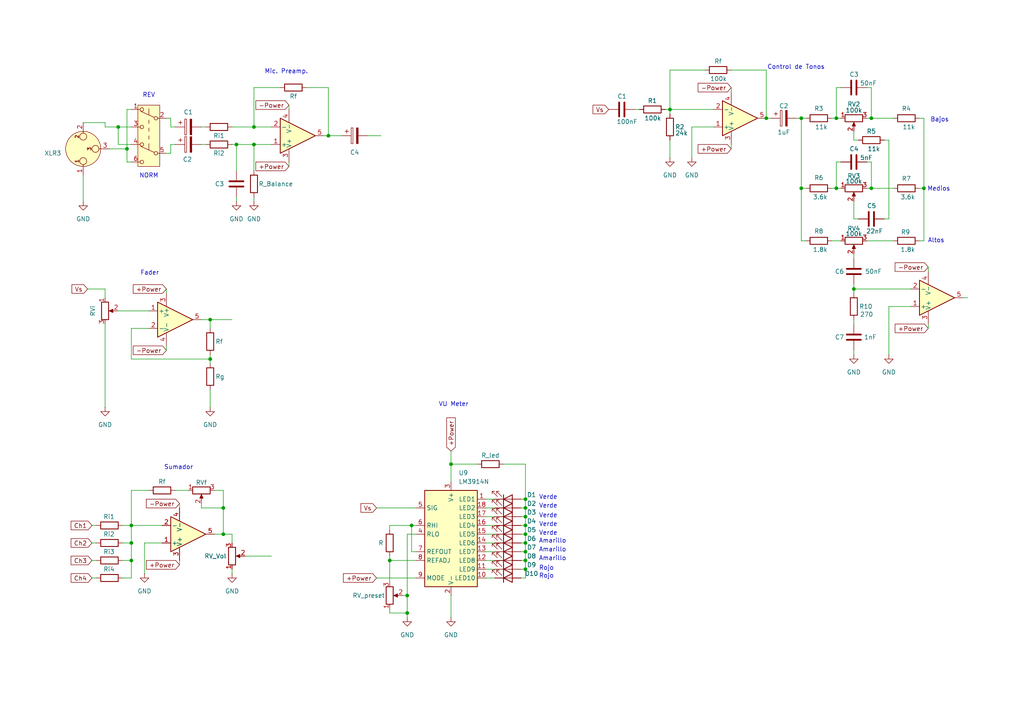
<source format=kicad_sch>
(kicad_sch (version 20231120) (generator "eeschema") (generator_version "8.0")
  (paper "A4")
  (junction (at 353.06 245.11))
  (junction (at 104.14 -31.75))
  (junction (at 488.95 270.51))
  (junction (at 73.66 41.91))
  (junction (at 118.11 172.72))
  (junction (at 426.72 209.55))
  (junction (at 431.8 255.27))
  (junction (at 431.8 270.51))
  (junction (at 232.41 34.29))
  (junction (at 60.96 92.71))
  (junction (at 152.4 160.02))
  (junction (at 242.57 54.61))
  (junction (at 252.73 54.61))
  (junction (at 416.56 201.93))
  (junction (at 447.04 242.57))
  (junction (at 462.28 260.35))
  (junction (at 68.58 41.91))
  (junction (at 152.4 152.4))
  (junction (at 152.4 157.48))
  (junction (at 64.77 154.94))
  (junction (at 472.44 234.95))
  (junction (at 317.5 100.33))
  (junction (at 426.72 193.04))
  (junction (at 317.5 118.11))
  (junction (at 152.4 149.86))
  (junction (at 60.96 104.14))
  (junction (at 152.4 144.78))
  (junction (at 62.23 -29.21))
  (junction (at 472.44 222.25))
  (junction (at 128.27 -38.1))
  (junction (at 152.4 147.32))
  (junction (at 152.4 162.56))
  (junction (at 38.1 162.56))
  (junction (at 392.43 242.57))
  (junction (at 356.87 255.27))
  (junction (at 242.57 34.29))
  (junction (at 247.65 83.82))
  (junction (at 113.03 162.56))
  (junction (at 317.5 133.35))
  (junction (at 267.97 54.61))
  (junction (at 462.28 201.93))
  (junction (at 420.37 262.89))
  (junction (at 408.94 252.73))
  (junction (at 513.08 234.95))
  (junction (at 452.12 193.04))
  (junction (at 38.1 152.4))
  (junction (at 118.11 177.8))
  (junction (at 472.44 208.28))
  (junction (at 356.87 115.57))
  (junction (at 252.73 34.29))
  (junction (at 130.81 134.62))
  (junction (at 472.44 270.51))
  (junction (at 194.31 31.75))
  (junction (at 472.44 219.71))
  (junction (at 353.06 240.03))
  (junction (at 406.4 193.04))
  (junction (at 351.79 115.57))
  (junction (at 488.95 193.04))
  (junction (at 231.14 -24.13))
  (junction (at 452.12 208.28))
  (junction (at 152.4 165.1))
  (junction (at 128.27 -29.21))
  (junction (at 119.38 152.4))
  (junction (at 379.73 242.57))
  (junction (at 73.66 36.83))
  (junction (at 31.75 -20.32))
  (junction (at 488.95 234.95))
  (junction (at 39.37 -31.75))
  (junction (at 322.58 113.03))
  (junction (at 251.46 -44.45))
  (junction (at 353.06 250.19))
  (junction (at 406.4 212.09))
  (junction (at 408.94 270.51))
  (junction (at 38.1 157.48))
  (junction (at 34.29 36.83))
  (junction (at 36.83 43.18))
  (junction (at 420.37 234.95))
  (junction (at 34.29 -31.75))
  (junction (at 152.4 154.94))
  (junction (at 222.25 34.29))
  (junction (at 472.44 250.19))
  (junction (at 95.25 39.37))
  (junction (at 472.44 193.04))
  (junction (at 232.41 54.61))
  (junction (at 447.04 270.51))
  (junction (at 64.77 147.32))
  (wire (pts (xy 115.57 -20.32) (xy 115.57 -21.59)))
  (wire (pts (xy 194.31 20.32) (xy 194.31 31.75)))
  (wire (pts (xy 488.95 193.04) (xy 488.95 214.63)))
  (wire (pts (xy 462.28 208.28) (xy 462.28 201.93)))
  (wire (pts (xy 459.74 214.63) (xy 459.74 208.28)))
  (wire (pts (xy 67.31 157.48) (xy 67.31 154.94)))
  (wire (pts (xy 356.87 266.7) (xy 356.87 265.43)))
  (wire (pts (xy 431.8 234.95) (xy 431.8 237.49)))
  (wire (pts (xy 266.7 69.85) (xy 267.97 69.85)))
  (wire (pts (xy 68.58 41.91) (xy 73.66 41.91)))
  (wire (pts (xy 317.5 118.11) (xy 325.12 118.11)))
  (wire (pts (xy 472.44 219.71) (xy 472.44 222.25)))
  (wire (pts (xy 39.37 -31.75) (xy 39.37 -40.64)))
  (wire (pts (xy 151.13 167.64) (xy 152.4 167.64)))
  (wire (pts (xy 67.31 165.1) (xy 67.31 166.37)))
  (wire (pts (xy 62.23 -29.21) (xy 66.04 -29.21)))
  (wire (pts (xy 463.55 250.19) (xy 462.28 250.19)))
  (wire (pts (xy 464.82 214.63) (xy 459.74 214.63)))
  (wire (pts (xy 251.46 46.99) (xy 252.73 46.99)))
  (wire (pts (xy 140.97 160.02) (xy 143.51 160.02)))
  (wire (pts (xy 350.52 250.19) (xy 353.06 250.19)))
  (wire (pts (xy 30.48 86.36) (xy 30.48 83.82)))
  (wire (pts (xy 459.74 201.93) (xy 462.28 201.93)))
  (wire (pts (xy 151.13 165.1) (xy 152.4 165.1)))
  (wire (pts (xy 472.44 219.71) (xy 481.33 219.71)))
  (wire (pts (xy 472.44 265.43) (xy 472.44 270.51)))
  (wire (pts (xy 27.94 -22.86) (xy 34.29 -22.86)))
  (wire (pts (xy 140.97 152.4) (xy 143.51 152.4)))
  (wire (pts (xy 420.37 255.27) (xy 431.8 255.27)))
  (wire (pts (xy 35.56 162.56) (xy 38.1 162.56)))
  (wire (pts (xy 49.53 41.91) (xy 49.53 44.45)))
  (wire (pts (xy 472.44 193.04) (xy 472.44 196.85)))
  (wire (pts (xy 326.39 123.19) (xy 330.2 123.19)))
  (wire (pts (xy 316.23 100.33) (xy 317.5 100.33)))
  (wire (pts (xy 104.14 -31.75) (xy 101.6 -31.75)))
  (wire (pts (xy 280.67 86.36) (xy 279.4 86.36)))
  (wire (pts (xy 31.75 -20.32) (xy 31.75 -17.78)))
  (wire (pts (xy 257.81 88.9) (xy 264.16 88.9)))
  (wire (pts (xy 60.96 102.87) (xy 60.96 104.14)))
  (wire (pts (xy 513.08 243.84) (xy 513.08 245.11)))
  (wire (pts (xy 247.65 83.82) (xy 264.16 83.82)))
  (wire (pts (xy 62.23 -40.64) (xy 62.23 -29.21)))
  (wire (pts (xy 41.91 166.37) (xy 41.91 157.48)))
  (wire (pts (xy 392.43 270.51) (xy 408.94 270.51)))
  (wire (pts (xy 81.28 25.4) (xy 73.66 25.4)))
  (wire (pts (xy 115.57 -43.18) (xy 118.11 -43.18)))
  (wire (pts (xy 128.27 -43.18) (xy 128.27 -38.1)))
  (wire (pts (xy 416.56 262.89) (xy 420.37 262.89)))
  (wire (pts (xy 38.1 152.4) (xy 46.99 152.4)))
  (wire (pts (xy 317.5 100.33) (xy 330.2 100.33)))
  (wire (pts (xy 151.13 154.94) (xy 152.4 154.94)))
  (wire (pts (xy 370.84 255.27) (xy 379.73 255.27)))
  (wire (pts (xy 113.03 153.67) (xy 113.03 152.4)))
  (wire (pts (xy 34.29 -31.75) (xy 39.37 -31.75)))
  (wire (pts (xy 62.23 142.24) (xy 64.77 142.24)))
  (wire (pts (xy 481.33 250.19) (xy 472.44 250.19)))
  (wire (pts (xy 317.5 134.62) (xy 317.5 133.35)))
  (wire (pts (xy 472.44 270.51) (xy 447.04 270.51)))
  (wire (pts (xy 420.37 262.89) (xy 424.18 262.89)))
  (wire (pts (xy 121.92 -38.1) (xy 128.27 -38.1)))
  (wire (pts (xy 140.97 147.32) (xy 143.51 147.32)))
  (wire (pts (xy 447.04 260.35) (xy 447.04 270.51)))
  (wire (pts (xy 419.1 217.17) (xy 416.56 217.17)))
  (wire (pts (xy 60.96 104.14) (xy 60.96 105.41)))
  (wire (pts (xy 392.43 242.57) (xy 401.32 242.57)))
  (wire (pts (xy 38.1 31.75) (xy 36.83 31.75)))
  (wire (pts (xy 118.11 154.94) (xy 120.65 154.94)))
  (wire (pts (xy 242.57 34.29) (xy 241.3 34.29)))
  (wire (pts (xy 439.42 252.73) (xy 408.94 252.73)))
  (wire (pts (xy 356.87 129.54) (xy 356.87 137.16)))
  (wire (pts (xy 140.97 149.86) (xy 143.51 149.86)))
  (wire (pts (xy 140.97 167.64) (xy 143.51 167.64)))
  (wire (pts (xy 232.41 54.61) (xy 233.68 54.61)))
  (wire (pts (xy 212.09 25.4) (xy 212.09 26.67)))
  (wire (pts (xy 36.83 31.75) (xy 36.83 43.18)))
  (wire (pts (xy 420.37 234.95) (xy 431.8 234.95)))
  (wire (pts (xy 238.76 -35.56) (xy 238.76 -36.83)))
  (wire (pts (xy 247.65 102.87) (xy 247.65 101.6)))
  (wire (pts (xy 408.94 270.51) (xy 431.8 270.51)))
  (wire (pts (xy 151.13 149.86) (xy 152.4 149.86)))
  (wire (pts (xy 431.8 247.65) (xy 431.8 255.27)))
  (wire (pts (xy 252.73 54.61) (xy 259.08 54.61)))
  (wire (pts (xy 364.49 124.46) (xy 364.49 127)))
  (wire (pts (xy 252.73 34.29) (xy 251.46 34.29)))
  (wire (pts (xy 356.87 115.57) (xy 364.49 115.57)))
  (wire (pts (xy 317.5 100.33) (xy 317.5 102.87)))
  (wire (pts (xy 151.13 147.32) (xy 152.4 147.32)))
  (wire (pts (xy 513.08 234.95) (xy 524.51 234.95)))
  (wire (pts (xy 252.73 25.4) (xy 252.73 34.29)))
  (wire (pts (xy 68.58 41.91) (xy 68.58 49.53)))
  (wire (pts (xy 364.49 134.62) (xy 364.49 137.16)))
  (wire (pts (xy 447.04 242.57) (xy 449.58 242.57)))
  (wire (pts (xy 48.26 83.82) (xy 48.26 85.09)))
  (wire (pts (xy 439.42 242.57) (xy 447.04 242.57)))
  (wire (pts (xy 26.67 157.48) (xy 27.94 157.48)))
  (wire (pts (xy 459.74 234.95) (xy 472.44 234.95)))
  (wire (pts (xy 130.81 134.62) (xy 130.81 139.7)))
  (wire (pts (xy 353.06 250.19) (xy 353.06 245.11)))
  (wire (pts (xy 118.11 177.8) (xy 118.11 179.07)))
  (wire (pts (xy 152.4 134.62) (xy 152.4 144.78)))
  (wire (pts (xy 267.97 34.29) (xy 267.97 54.61)))
  (wire (pts (xy 326.39 245.11) (xy 330.2 245.11)))
  (wire (pts (xy 73.66 41.91) (xy 78.74 41.91)))
  (wire (pts (xy 472.44 193.04) (xy 488.95 193.04)))
  (wire (pts (xy 232.41 34.29) (xy 232.41 54.61)))
  (wire (pts (xy 266.7 34.29) (xy 267.97 34.29)))
  (wire (pts (xy 130.81 130.81) (xy 130.81 134.62)))
  (wire (pts (xy 200.66 36.83) (xy 200.66 45.72)))
  (wire (pts (xy 73.66 49.53) (xy 73.66 41.91)))
  (wire (pts (xy 104.14 -31.75) (xy 110.49 -31.75)))
  (wire (pts (xy 34.29 36.83) (xy 34.29 41.91)))
  (wire (pts (xy 472.44 207.01) (xy 472.44 208.28)))
  (wire (pts (xy 472.44 250.19) (xy 472.44 234.95)))
  (wire (pts (xy 392.43 252.73) (xy 392.43 242.57)))
  (wire (pts (xy 104.14 -26.67) (xy 104.14 -17.78)))
  (wire (pts (xy 95.25 39.37) (xy 99.06 39.37)))
  (wire (pts (xy 416.56 212.09) (xy 406.4 212.09)))
  (wire (pts (xy 71.12 161.29) (xy 78.74 161.29)))
  (wire (pts (xy 356.87 255.27) (xy 363.22 255.27)))
  (wire (pts (xy 25.4 83.82) (xy 30.48 83.82)))
  (wire (pts (xy 194.31 31.75) (xy 193.04 31.75)))
  (wire (pts (xy 353.06 240.03) (xy 363.22 240.03)))
  (wire (pts (xy 231.14 -41.91) (xy 233.68 -41.91)))
  (wire (pts (xy 50.8 36.83) (xy 49.53 36.83)))
  (wire (pts (xy 119.38 160.02) (xy 120.65 160.02)))
  (wire (pts (xy 447.04 270.51) (xy 431.8 270.51)))
  (wire (pts (xy 62.23 154.94) (xy 64.77 154.94)))
  (wire (pts (xy 152.4 165.1) (xy 152.4 167.64)))
  (wire (pts (xy 125.73 -43.18) (xy 128.27 -43.18)))
  (wire (pts (xy 130.81 134.62) (xy 138.43 134.62)))
  (wire (pts (xy 49.53 44.45) (xy 48.26 44.45)))
  (wire (pts (xy 106.68 39.37) (xy 110.49 39.37)))
  (wire (pts (xy 267.97 69.85) (xy 267.97 54.61)))
  (wire (pts (xy 30.48 36.83) (xy 34.29 36.83)))
  (wire (pts (xy 67.31 41.91) (xy 68.58 41.91)))
  (wire (pts (xy 513.08 234.95) (xy 513.08 236.22)))
  (wire (pts (xy 317.5 133.35) (xy 317.5 129.54)))
  (wire (pts (xy 356.87 115.57) (xy 351.79 115.57)))
  (wire (pts (xy 248.92 40.64) (xy 247.65 40.64)))
  (wire (pts (xy 26.67 167.64) (xy 27.94 167.64)))
  (wire (pts (xy 50.8 -38.1) (xy 50.8 -36.83)))
  (wire (pts (xy 29.21 -31.75) (xy 31.75 -31.75)))
  (wire (pts (xy 52.07 163.83) (xy 52.07 162.56)))
  (wire (pts (xy 317.5 133.35) (xy 325.12 133.35)))
  (wire (pts (xy 35.56 152.4) (xy 38.1 152.4)))
  (wire (pts (xy 322.58 113.03) (xy 322.58 138.43)))
  (wire (pts (xy 462.28 250.19) (xy 462.28 260.35)))
  (wire (pts (xy 488.95 224.79) (xy 488.95 226.06)))
  (wire (pts (xy 243.84 25.4) (xy 242.57 25.4)))
  (wire (pts (xy 256.54 40.64) (xy 257.81 40.64)))
  (wire (pts (xy 116.84 172.72) (xy 118.11 172.72)))
  (wire (pts (xy 26.67 162.56) (xy 27.94 162.56)))
  (wire (pts (xy 257.81 40.64) (xy 257.81 63.5)))
  (wire (pts (xy 58.42 36.83) (xy 59.69 36.83)))
  (wire (pts (xy 447.04 243.84) (xy 447.04 242.57)))
  (wire (pts (xy 140.97 154.94) (xy 143.51 154.94)))
  (wire (pts (xy 212.09 43.18) (xy 212.09 41.91)))
  (wire (pts (xy 251.46 54.61) (xy 252.73 54.61)))
  (wire (pts (xy 68.58 58.42) (xy 68.58 57.15)))
  (wire (pts (xy 140.97 144.78) (xy 143.51 144.78)))
  (wire (pts (xy 251.46 69.85) (xy 259.08 69.85)))
  (wire (pts (xy 26.67 152.4) (xy 27.94 152.4)))
  (wire (pts (xy 408.94 267.97) (xy 408.94 270.51)))
  (wire (pts (xy 152.4 162.56) (xy 152.4 165.1)))
  (wire (pts (xy 64.77 142.24) (xy 64.77 147.32)))
  (wire (pts (xy 38.1 142.24) (xy 38.1 152.4)))
  (wire (pts (xy 259.08 34.29) (xy 252.73 34.29)))
  (wire (pts (xy 340.36 245.11) (xy 342.9 245.11)))
  (wire (pts (xy 31.75 -20.32) (xy 27.94 -20.32)))
  (wire (pts (xy 121.92 -39.37) (xy 121.92 -38.1)))
  (wire (pts (xy 151.13 162.56) (xy 152.4 162.56)))
  (wire (pts (xy 340.36 115.57) (xy 342.9 115.57)))
  (wire (pts (xy 243.84 34.29) (xy 242.57 34.29)))
  (wire (pts (xy 426.72 226.06) (xy 420.37 226.06)))
  (wire (pts (xy 231.14 -20.32) (xy 231.14 -24.13)))
  (wire (pts (xy 151.13 152.4) (xy 152.4 152.4)))
  (wire (pts (xy 406.4 193.04) (xy 406.4 196.85)))
  (wire (pts (xy 31.75 43.18) (xy 36.83 43.18)))
  (wire (pts (xy 459.74 222.25) (xy 472.44 222.25)))
  (wire (pts (xy 326.39 255.27) (xy 330.2 255.27)))
  (wire (pts (xy 340.36 135.89) (xy 342.9 135.89)))
  (wire (pts (xy 420.37 226.06) (xy 420.37 234.95)))
  (wire (pts (xy 322.58 138.43) (xy 325.12 138.43)))
  (wire (pts (xy 317.5 142.24) (xy 317.5 146.05)))
  (wire (pts (xy 24.13 58.42) (xy 24.13 50.8)))
  (wire (pts (xy 252.73 46.99) (xy 252.73 54.61)))
  (wire (pts (xy 67.31 154.94) (xy 64.77 154.94)))
  (wire (pts (xy 439.42 262.89) (xy 439.42 252.73)))
  (wire (pts (xy 426.72 222.25) (xy 426.72 226.06)))
  (wire (pts (xy 233.68 34.29) (xy 232.41 34.29)))
  (wire (pts (xy 52.07 146.05) (xy 52.07 147.32)))
  (wire (pts (xy 269.24 77.47) (xy 269.24 78.74)))
  (wire (pts (xy 140.97 165.1) (xy 143.51 165.1)))
  (wire (pts (xy 389.89 242.57) (xy 392.43 242.57)))
  (wire (pts (xy 83.82 30.48) (xy 83.82 31.75)))
  (wire (pts (xy 378.46 242.57) (xy 379.73 242.57)))
  (wire (pts (xy 472.44 255.27) (xy 472.44 250.19)))
  (wire (pts (xy 459.74 232.41) (xy 459.74 234.95)))
  (wire (pts (xy 497.84 234.95) (xy 488.95 234.95)))
  (wire (pts (xy 231.14 -24.13) (xy 231.14 -41.91)))
  (wire (pts (xy 152.4 147.32) (xy 152.4 149.86)))
  (wire (pts (xy 62.23 -29.21) (xy 60.96 -29.21)))
  (wire (pts (xy 88.9 25.4) (xy 95.25 25.4)))
  (wire (pts (xy 118.11 154.94) (xy 118.11 172.72)))
  (wire (pts (xy 325.12 113.03) (xy 322.58 113.03)))
  (wire (pts (xy 350.52 245.11) (xy 353.06 245.11)))
  (wire (pts (xy 251.46 25.4) (xy 252.73 25.4)))
  (wire (pts (xy 242.57 25.4) (xy 242.57 34.29)))
  (wire (pts (xy 481.33 242.57) (xy 481.33 234.95)))
  (wire (pts (xy 140.97 157.48) (xy 143.51 157.48)))
  (wire (pts (xy 368.3 233.68) (xy 368.3 234.95)))
  (wire (pts (xy 38.1 104.14) (xy 60.96 104.14)))
  (wire (pts (xy 363.22 245.11) (xy 356.87 245.11)))
  (wire (pts (xy 462.28 260.35) (xy 464.82 260.35)))
  (wire (pts (xy 212.09 20.32) (xy 222.25 20.32)))
  (wire (pts (xy 200.66 36.83) (xy 207.01 36.83)))
  (wire (pts (xy 330.2 127) (xy 330.2 128.27)))
  (wire (pts (xy 488.95 233.68) (xy 488.95 234.95)))
  (wire (pts (xy 350.52 255.27) (xy 353.06 255.27)))
  (wire (pts (xy 48.26 100.33) (xy 48.26 101.6)))
  (wire (pts (xy 39.37 -40.64) (xy 62.23 -40.64)))
  (wire (pts (xy 152.4 160.02) (xy 152.4 162.56)))
  (wire (pts (xy 382.27 242.57) (xy 379.73 242.57)))
  (wire (pts (xy 317.5 110.49) (xy 317.5 118.11)))
  (wire (pts (xy 113.03 152.4) (xy 119.38 152.4)))
  (wire (pts (xy 35.56 167.64) (xy 38.1 167.64)))
  (wire (pts (xy 104.14 -26.67) (xy 110.49 -26.67)))
  (wire (pts (xy 251.46 -44.45) (xy 248.92 -44.45)))
  (wire (pts (xy 350.52 240.03) (xy 353.06 240.03)))
  (wire (pts (xy 73.66 57.15) (xy 73.66 58.42)))
  (wire (pts (xy 488.95 270.51) (xy 488.95 274.32)))
  (wire (pts (xy 247.65 74.93) (xy 247.65 73.66)))
  (wire (pts (xy 60.96 113.03) (xy 60.96 118.11)))
  (wire (pts (xy 151.13 157.48) (xy 152.4 157.48)))
  (wire (pts (xy 406.4 207.01) (xy 406.4 212.09)))
  (wire (pts (xy 523.24 237.49) (xy 524.51 237.49)))
  (wire (pts (xy 431.8 270.51) (xy 431.8 267.97)))
  (wire (pts (xy 330.2 146.05) (xy 330.2 143.51)))
  (wire (pts (xy 95.25 25.4) (xy 95.25 39.37)))
  (wire (pts (xy 185.42 31.75) (xy 184.15 31.75)))
  (wire (pts (xy 379.73 255.27) (xy 379.73 242.57)))
  (wire (pts (xy 29.21 -34.29) (xy 34.29 -34.29)))
  (wire (pts (xy 50.8 -20.32) (xy 50.8 -21.59)))
  (wire (pts (xy 238.76 -53.34) (xy 238.76 -52.07)))
  (wire (pts (xy 356.87 245.11) (xy 356.87 255.27)))
  (wire (pts (xy 60.96 95.25) (xy 60.96 92.71)))
  (wire (pts (xy 356.87 255.27) (xy 356.87 257.81)))
  (wire (pts (xy 39.37 -26.67) (xy 45.72 -26.67)))
  (wire (pts (xy 115.57 -38.1) (xy 115.57 -36.83)))
  (wire (pts (xy 152.4 144.78) (xy 152.4 147.32)))
  (wire (pts (xy 36.83 46.99) (xy 38.1 46.99)))
  (wire (pts (xy 128.27 -38.1) (xy 128.27 -29.21)))
  (wire (pts (xy 73.66 36.83) (xy 78.74 36.83)))
  (wire (pts (xy 353.06 245.11) (xy 353.06 240.03)))
  (wire (pts (xy 452.12 193.04) (xy 472.44 193.04)))
  (wire (pts (xy 118.11 172.72) (xy 118.11 177.8)))
  (wire (pts (xy 406.4 222.25) (xy 406.4 223.52)))
  (wire (pts (xy 241.3 69.85) (xy 243.84 69.85)))
  (wire (pts (xy 351.79 135.89) (xy 351.79 115.57)))
  (wire (pts (xy 223.52 34.29) (xy 222.25 34.29)))
  (wire (pts (xy 481.33 234.95) (xy 488.95 234.95)))
  (wire (pts (xy 462.28 262.89) (xy 439.42 262.89)))
  (wire (pts (xy 30.48 93.98) (xy 30.48 118.11)))
  (wire (pts (xy 38.1 167.64) (xy 38.1 162.56)))
  (wire (pts (xy 31.75 -31.75) (xy 31.75 -20.32)))
  (wire (pts (xy 247.65 58.42) (xy 247.65 63.5)))
  (wire (pts (xy 204.47 20.32) (xy 194.31 20.32)))
  (wire (pts (xy 392.43 212.09) (xy 392.43 193.04)))
  (wire (pts (xy 251.46 -24.13) (xy 251.46 -44.45)))
  (wire (pts (xy 113.03 162.56) (xy 113.03 161.29)))
  (wire (pts (xy 34.29 41.91) (xy 38.1 41.91)))
  (wire (pts (xy 416.56 212.09) (xy 416.56 217.17)))
  (wire (pts (xy 232.41 69.85) (xy 232.41 54.61)))
  (wire (pts (xy 462.28 260.35) (xy 462.28 262.89)))
  (wire (pts (xy 128.27 -29.21) (xy 132.08 -29.21)))
  (wire (pts (xy 505.46 234.95) (xy 513.08 234.95)))
  (wire (pts (xy 222.25 20.32) (xy 222.25 34.29)))
  (wire (pts (xy 416.56 201.93) (xy 419.1 201.93)))
  (wire (pts (xy 152.4 157.48) (xy 152.4 160.02)))
  (wire (pts (xy 60.96 92.71) (xy 67.31 92.71)))
  (wire (pts (xy 152.4 154.94) (xy 152.4 157.48)))
  (wire (pts (xy 350.52 115.57) (xy 351.79 115.57)))
  (wire (pts (xy 459.74 224.79) (xy 459.74 222.25)))
  (wire (pts (xy 330.2 100.33) (xy 330.2 107.95)))
  (wire (pts (xy 140.97 162.56) (xy 143.51 162.56)))
  (wire (pts (xy 128.27 -29.21) (xy 125.73 -29.21)))
  (wire (pts (xy 38.1 95.25) (xy 38.1 104.14)))
  (wire (pts (xy 36.83 43.18) (xy 36.83 46.99)))
  (wire (pts (xy 38.1 36.83) (xy 34.29 36.83)))
  (wire (pts (xy 109.22 167.64) (xy 120.65 167.64)))
  (wire (pts (xy 471.17 250.19) (xy 472.44 250.19)))
  (wire (pts (xy 120.65 152.4) (xy 119.38 152.4)))
  (wire (pts (xy 488.95 234.95) (xy 488.95 236.22)))
  (wire (pts (xy 242.57 46.99) (xy 242.57 54.61)))
  (wire (pts (xy 316.23 113.03) (xy 322.58 113.03)))
  (wire (pts (xy 392.43 219.71) (xy 392.43 242.57)))
  (wire (pts (xy 472.44 222.25) (xy 472.44 223.52)))
  (wire (pts (xy 452.12 193.04) (xy 452.12 196.85)))
  (wire (pts (xy 267.97 54.61) (xy 266.7 54.61)))
  (wire (pts (xy 83.82 48.26) (xy 83.82 46.99)))
  (wire (pts (xy 152.4 149.86) (xy 152.4 152.4)))
  (wire (pts (xy 406.4 212.09) (xy 406.4 214.63)))
  (wire (pts (xy 49.53 36.83) (xy 49.53 34.29)))
  (wire (pts (xy 426.72 212.09) (xy 426.72 209.55)))
  (wire (pts (xy 247.65 83.82) (xy 247.65 82.55)))
  (wire (pts (xy 247.65 63.5) (xy 248.92 63.5)))
  (wire (pts (xy 231.14 -24.13) (xy 237.49 -24.13)))
  (wire (pts (xy 488.95 191.77) (xy 488.95 193.04)))
  (wire (pts (xy 34.29 -34.29) (xy 34.29 -31.75)))
  (wire (pts (xy 340.36 255.27) (xy 342.9 255.27)))
  (wire (pts (xy 58.42 147.32) (xy 64.77 147.32)))
  (wire (pts (xy 64.77 147.32) (xy 64.77 154.94)))
  (wire (pts (xy 232.41 34.29) (xy 231.14 34.29)))
  (wire (pts (xy 120.65 162.56) (xy 113.03 162.56)))
  (wire (pts (xy 340.36 240.03) (xy 342.9 240.03)))
  (wire (pts (xy 104.14 -43.18) (xy 104.14 -31.75)))
  (wire (pts (xy 151.13 160.02) (xy 152.4 160.02)))
  (wire (pts (xy 41.91 157.48) (xy 46.99 157.48)))
  (wire (pts (xy 368.3 250.19) (xy 368.3 251.46)))
  (wire (pts (xy 130.81 172.72) (xy 130.81 179.07)))
  (wire (pts (xy 194.31 31.75) (xy 207.01 31.75)))
  (wire (pts (xy 34.29 90.17) (xy 43.18 90.17)))
  (wire (pts (xy 49.53 41.91) (xy 50.8 41.91)))
  (wire (pts (xy 113.03 162.56) (xy 113.03 168.91)))
  (wire (pts (xy 233.68 69.85) (xy 232.41 69.85)))
  (wire (pts (xy 523.24 240.03) (xy 523.24 237.49)))
  (wire (pts (xy 269.24 95.25) (xy 269.24 93.98)))
  (wire (pts (xy 472.44 208.28) (xy 472.44 209.55)))
  (wire (pts (xy 241.3 54.61) (xy 242.57 54.61)))
  (wire (pts (xy 231.14 -11.43) (xy 231.14 -12.7)))
  (wire (pts (xy 58.42 41.91) (xy 59.69 41.91)))
  (wire (pts (xy 406.4 193.04) (xy 426.72 193.04)))
  (wire (pts (xy 457.2 242.57) (xy 481.33 242.57)))
  (wire (pts (xy 194.31 40.64) (xy 194.31 45.72)))
  (wire (pts (xy 426.72 209.55) (xy 426.72 207.01)))
  (wire (pts (xy 472.44 208.28) (xy 462.28 208.28)))
  (wire (pts (xy 408.94 234.95) (xy 420.37 234.95)))
  (wire (pts (xy 38.1 157.48) (xy 38.1 152.4)))
  (wire (pts (xy 45.72 -31.75) (xy 39.37 -31.75)))
  (wire (pts (xy 119.38 152.4) (xy 119.38 160.02)))
  (wire (pts (xy 113.03 177.8) (xy 118.11 177.8)))
  (wire (pts (xy 257.81 88.9) (xy 257.81 102.87)))
  (wire (pts (xy 245.11 -24.13) (xy 251.46 -24.13)))
  (wire (pts (xy 146.05 134.62) (xy 152.4 134.62)))
  (wire (pts (xy 463.55 228.6) (xy 464.82 228.6)))
  (wire (pts (xy 38.1 162.56) (xy 38.1 157.48)))
  (wire (pts (xy 67.31 36.83) (xy 73.66 36.83)))
  (wire (pts (xy 447.04 251.46) (xy 447.04 252.73)))
  (wire (pts (xy 316.23 146.05) (xy 317.5 146.05)))
  (wire (pts (xy 488.95 255.27) (xy 488.95 270.51)))
  (wire (pts (xy 257.81 63.5) (xy 256.54 63.5)))
  (wire (pts (xy 30.48 35.56) (xy 24.13 35.56)))
  (wire (pts (xy 247.65 93.98) (xy 247.65 92.71)))
  (wire (pts (xy 340.36 250.19) (xy 342.9 250.19)))
  (wire (pts (xy 39.37 -17.78) (xy 39.37 -26.67)))
  (wire (pts (xy 50.8 142.24) (xy 54.61 142.24)))
  (wire (pts (xy 452.12 218.44) (xy 452.12 217.17)))
  (wire (pts (xy 326.39 240.03) (xy 330.2 240.03)))
  (wire (pts (xy 472.44 270.51) (xy 488.95 270.51)))
  (wire (pts (xy 43.18 95.25) (xy 38.1 95.25)))
  (wire (pts (xy 43.18 142.24) (xy 38.1 142.24)))
  (wire (pts (xy 109.22 147.32) (xy 120.65 147.32)))
  (wire (pts (xy 317.5 121.92) (xy 317.5 118.11)))
  (wire (pts (xy 48.26 34.29) (xy 49.53 34.29)))
  (wire (pts (xy 472.44 234.95) (xy 472.44 233.68)))
  (wire (pts (xy 513.08 254) (xy 513.08 252.73)))
  (wire (pts (xy 247.65 85.09) (xy 247.65 83.82)))
  (wire (pts (xy 152.4 152.4) (xy 152.4 154.94)))
  (wire (pts (xy 452.12 207.01) (xy 452.12 208.28)))
  (wire (pts (xy 353.06 255.27) (xy 353.06 250.19)))
  (wire (pts (xy 242.57 54.61) (xy 243.84 54.61)))
  (wire (pts (xy 416.56 209.55) (xy 416.56 201.93)))
  (wire (pts (xy 392.43 193.04) (xy 406.4 193.04)))
  (wire (pts (xy 426.72 193.04) (xy 426.72 196.85)))
  (wire (pts (xy 35.56 157.48) (xy 38.1 157.48)))
  (wire (pts (xy 113.03 176.53) (xy 113.03 177.8)))
  (wire (pts (xy 462.28 201.93) (xy 464.82 201.93)))
  (wire (pts (xy 326.39 250.19) (xy 330.2 250.19)))
  (wire (pts (xy 60.96 92.71) (xy 58.42 92.71)))
  (wire (pts (xy 408.94 247.65) (xy 408.94 252.73)))
  (wire (pts (xy 364.49 115.57) (xy 364.49 116.84)))
  (wire (pts (xy 408.94 237.49) (xy 408.94 234.95)))
  (wire (pts (xy 251.46 -44.45) (xy 257.81 -44.45)))
  (wire (pts (xy 488.95 245.11) (xy 488.95 243.84)))
  (wire (pts (xy 194.31 31.75) (xy 194.31 33.02)))
  (wire (pts (xy 452.12 209.55) (xy 452.12 208.28)))
  (wire (pts (xy 243.84 46.99) (xy 242.57 46.99)))
  (wire (pts (xy 420.37 262.89) (xy 420.37 255.27)))
  (wire (pts (xy 426.72 193.04) (xy 452.12 193.04)))
  (wire (pts (xy 58.42 146.05) (xy 58.42 147.32)))
  (wire (pts (xy 30.48 36.83) (xy 30.48 35.56)))
  (wire (pts (xy 426.72 209.55) (xy 416.56 209.55)))
  (wire (pts (xy 392.43 260.35) (xy 392.43 270.51)))
  (wire (pts (xy 247.65 40.64) (xy 247.65 38.1)))
  (wire (pts (xy 356.87 115.57) (xy 356.87 121.92)))
  (wire (pts (xy 350.52 135.89) (xy 351.79 135.89)))
  (wire (pts (xy 86.36 -31.75) (xy 85.09 -31.75)))
  (wire (pts (xy 227.33 -46.99) (xy 233.68 -46.99)))
  (wire (pts (xy 107.95 -43.18) (xy 104.14 -43.18)))
  (wire (pts (xy 408.94 252.73) (xy 408.94 257.81)))
  (wire (pts (xy 414.02 201.93) (xy 416.56 201.93)))
  (wire (pts (xy 431.8 255.27) (xy 431.8 257.81)))
  (wire (pts (xy 459.74 208.28) (xy 452.12 208.28)))
  (wire (pts (xy 73.66 -29.21) (xy 74.93 -29.21)))
  (wire (pts (xy 151.13 144.78) (xy 152.4 144.78)))
  (wire (pts (xy 73.66 25.4) (xy 73.66 36.83)))
  (wire (pts (xy 34.29 -22.86) (xy 34.29 -31.75)))
  (wire (pts (xy 95.25 39.37) (xy 93.98 39.37)))
  (text "NORM" (at 43.18 51.054 0) (effects (font (size 1.27 1.27))))
  (text "Verde" (at 159.004 152.146 0) (effects (font (size 1.27 1.27))))
  (text "Inst Preamp." (at 104.394 -48.768 0) (effects (font (size 1.27 1.27))))
  (text "Mic. Preamp." (at 83.058 20.828 0) (effects (font (size 1.27 1.27))))
  (text "Verde" (at 159.004 146.812 0) (effects (font (size 1.27 1.27))))
  (text "Control de Tonos" (at 230.886 19.558 0) (effects (font (size 1.27 1.27))))
  (text "Rojo" (at 158.496 164.846 0) (effects (font (size 1.27 1.27))))
  (text "Control de tonos\nes lo mismo para\nambos circuitos\n(versión actual y anterior)" (at 279.4 -44.958 0) (effects (font (size 1.27 1.27))))
  (text "REV" (at 43.18 27.686 0) (effects (font (size 1.27 1.27))))
  (text "La entrada de\nmicrófono balanceada\nes la misma para\nambos circuitos\n(versión actual y anterior)" (at 211.074 -45.72 0) (effects (font (size 1.27 1.27))))
  (text "Amarillo" (at 160.274 159.512 0) (effects (font (size 1.27 1.27))))
  (text "Sumador" (at 51.816 135.636 0) (effects (font (size 1.27 1.27))))
  (text "Amarillo" (at 160.274 156.972 0) (effects (font (size 1.27 1.27))))
  (text "Rojo" (at 158.496 167.132 0) (effects (font (size 1.27 1.27))))
  (text "VU Meter" (at 131.572 117.348 0) (effects (font (size 1.27 1.27))))
  (text "Fader" (at 43.434 79.248 0) (effects (font (size 1.27 1.27))))
  (text "Verde" (at 159.004 144.272 0) (effects (font (size 1.27 1.27))))
  (text "Verde" (at 159.004 154.686 0) (effects (font (size 1.27 1.27))))
  (text "Inst Preamp." (at 239.268 -64.008 0) (effects (font (size 1.27 1.27))))
  (text "Altos" (at 271.526 69.85 0) (effects (font (size 1.27 1.27))))
  (text "LINE\nINST\nAUX" (at 82.804 -24.13 0) (effects (font (size 1.27 1.27))))
  (text "Bajos" (at 272.542 34.798 0) (effects (font (size 1.27 1.27))))
  (text "Medios" (at 272.288 54.864 0) (effects (font (size 1.27 1.27))))
  (text "Buffer" (at 52.832 -42.672 0) (effects (font (size 1.27 1.27))))
  (text "MIC" (at 83.058 -37.592 0) (effects (font (size 1.27 1.27))))
  (text "Amarillo" (at 160.274 162.052 0) (effects (font (size 1.27 1.27))))
  (text "Detector Picos" (at 346.456 101.6 0) (effects (font (size 1.27 1.27))))
  (text "Verde" (at 159.004 149.606 0) (effects (font (size 1.27 1.27))))
  (global_label "Ch3" (shape input) (at 326.39 250.19 180) (property "Intersheetrefs" "${INTERSHEET_REFS}" (effects (hide yes))))
  (global_label "-Power" (shape input) (at 452.12 218.44 270) (property "Intersheetrefs" "${INTERSHEET_REFS}" (effects (hide yes))))
  (global_label "+Power" (shape input) (at 269.24 95.25 180) (property "Intersheetrefs" "${INTERSHEET_REFS}" (effects (hide yes))))
  (global_label "+Power" (shape input) (at 52.07 163.83 180) (property "Intersheetrefs" "${INTERSHEET_REFS}" (effects (hide yes))))
  (global_label "Vs" (shape input) (at 176.53 31.75 180) (property "Intersheetrefs" "${INTERSHEET_REFS}" (effects (hide yes))))
  (global_label "+Power" (shape input) (at 50.8 -38.1 180) (property "Intersheetrefs" "${INTERSHEET_REFS}" (effects (hide yes))))
  (global_label "-Power" (shape input) (at 48.26 101.6 180) (property "Intersheetrefs" "${INTERSHEET_REFS}" (effects (hide yes))))
  (global_label "-Power" (shape input) (at 406.4 223.52 270) (property "Intersheetrefs" "${INTERSHEET_REFS}" (effects (hide yes))))
  (global_label "Ch2" (shape input) (at 26.67 157.48 180) (property "Intersheetrefs" "${INTERSHEET_REFS}" (effects (hide yes))))
  (global_label "+Power" (shape input) (at 368.3 233.68 180) (property "Intersheetrefs" "${INTERSHEET_REFS}" (effects (hide yes))))
  (global_label "Line Lvl" (shape output) (at 257.81 -44.45 0) (property "Intersheetrefs" "${INTERSHEET_REFS}" (effects (hide yes))))
  (global_label "-Power" (shape input) (at 115.57 -38.1 180) (property "Intersheetrefs" "${INTERSHEET_REFS}" (effects (hide yes))))
  (global_label "Vs" (shape input) (at 316.23 113.03 180) (property "Intersheetrefs" "${INTERSHEET_REFS}" (effects (hide yes))))
  (global_label "Vs" (shape input) (at 25.4 83.82 180) (property "Intersheetrefs" "${INTERSHEET_REFS}" (effects (hide yes))))
  (global_label "-Power" (shape input) (at 488.95 274.32 270) (property "Intersheetrefs" "${INTERSHEET_REFS}" (effects (hide yes))))
  (global_label "-Power" (shape input) (at 316.23 146.05 180) (property "Intersheetrefs" "${INTERSHEET_REFS}" (effects (hide yes))))
  (global_label "+Power" (shape input) (at 488.95 191.77 90) (property "Intersheetrefs" "${INTERSHEET_REFS}" (effects (hide yes))))
  (global_label "Ch1" (shape input) (at 326.39 240.03 180) (property "Intersheetrefs" "${INTERSHEET_REFS}" (effects (hide yes))))
  (global_label "+Power" (shape input) (at 316.23 100.33 180) (property "Intersheetrefs" "${INTERSHEET_REFS}" (effects (hide yes))))
  (global_label "-Power" (shape input) (at 52.07 146.05 180) (property "Intersheetrefs" "${INTERSHEET_REFS}" (effects (hide yes))))
  (global_label "Ch4" (shape input) (at 326.39 255.27 180) (property "Intersheetrefs" "${INTERSHEET_REFS}" (effects (hide yes))))
  (global_label "+Power" (shape input) (at 48.26 83.82 180) (property "Intersheetrefs" "${INTERSHEET_REFS}" (effects (hide yes))))
  (global_label "-Power" (shape input) (at 50.8 -20.32 180) (property "Intersheetrefs" "${INTERSHEET_REFS}" (effects (hide yes))))
  (global_label "-Power" (shape input) (at 368.3 251.46 180) (property "Intersheetrefs" "${INTERSHEET_REFS}" (effects (hide yes))))
  (global_label "Ch3" (shape input) (at 26.67 162.56 180) (property "Intersheetrefs" "${INTERSHEET_REFS}" (effects (hide yes))))
  (global_label "Ch1" (shape input) (at 26.67 152.4 180) (property "Intersheetrefs" "${INTERSHEET_REFS}" (effects (hide yes))))
  (global_label "+Power" (shape input) (at 115.57 -20.32 180) (property "Intersheetrefs" "${INTERSHEET_REFS}" (effects (hide yes))))
  (global_label "Vs" (shape input) (at 227.33 -46.99 180) (property "Intersheetrefs" "${INTERSHEET_REFS}" (effects (hide yes))))
  (global_label "+Power" (shape input) (at 212.09 43.18 180) (property "Intersheetrefs" "${INTERSHEET_REFS}" (effects (hide yes))))
  (global_label "-Power" (shape input) (at 83.82 30.48 180) (property "Intersheetrefs" "${INTERSHEET_REFS}" (effects (hide yes))))
  (global_label "-Power" (shape input) (at 212.09 25.4 180) (property "Intersheetrefs" "${INTERSHEET_REFS}" (effects (hide yes))))
  (global_label "Ch2" (shape input) (at 326.39 245.11 180) (property "Intersheetrefs" "${INTERSHEET_REFS}" (effects (hide yes))))
  (global_label "+Power" (shape input) (at 130.81 130.81 90) (property "Intersheetrefs" "${INTERSHEET_REFS}" (effects (hide yes))))
  (global_label "-Power" (shape input) (at 269.24 77.47 180) (property "Intersheetrefs" "${INTERSHEET_REFS}" (effects (hide yes))))
  (global_label "+Power" (shape input) (at 109.22 167.64 180) (property "Intersheetrefs" "${INTERSHEET_REFS}" (effects (hide yes))))
  (global_label "MIC" (shape input) (at 74.93 -34.29 180) (property "Intersheetrefs" "${INTERSHEET_REFS}" (effects (hide yes))))
  (global_label "+Power" (shape input) (at 83.82 48.26 180) (property "Intersheetrefs" "${INTERSHEET_REFS}" (effects (hide yes))))
  (global_label "Ch4" (shape input) (at 26.67 167.64 180) (property "Intersheetrefs" "${INTERSHEET_REFS}" (effects (hide yes))))
  (global_label "Vs" (shape input) (at 109.22 147.32 180) (property "Intersheetrefs" "${INTERSHEET_REFS}" (effects (hide yes))))
  (global_label "+Power" (shape input) (at 330.2 127 0) (property "Intersheetrefs" "${INTERSHEET_REFS}" (effects (hide yes))))
  (symbol (lib_id "Device:C") (at 252.73 63.5 90) (mirror x) (unit 1)
    (property "Reference" "C5" (at 251.46 59.69 90) (effects (justify right)))
    (property "Value" "22nF" (at 251.206 67.056 90) (effects (justify right)))
    (property "Description" "Unpolarized capacitor" (effects (hide yes)))
  )
  (symbol (lib_id "Device:R") (at 356.87 261.62 180) (unit 1)
    (property "Reference" "Rbalance" (at 367.284 261.874 0) (effects (justify left)))
    (property "Value" "2.7k" (effects (hide yes)))
    (property "Description" "Resistor" (effects (hide yes)))
  )
  (symbol (lib_id "power:GND") (at 523.24 240.03 0) (unit 1)
    (property "Reference" "#PWR025" (effects (hide yes)))
    (property "Value" "GND" (at 523.24 245.11 0))
    (property "Description" "Power symbol creates a global label with name \"GND\" , ground" (effects (hide yes)))
  )
  (symbol (lib_id "Simulation_SPICE:OPAMP") (at 118.11 -29.21 0) (mirror x) (unit 1)
    (property "Reference" "U2" (effects (hide yes)))
    (property "Value" "${SIM.PARAMS}" (effects (hide yes)))
    (property "Datasheet" "https://ngspice.sourceforge.io/docs/ngspice-html-manual/manual.xhtml#sec__SUBCKT_Subcircuits" (effects (hide yes)))
    (property "Description" "Operational amplifier, single, node sequence=1:+ 2:- 3:OUT 4:V+ 5:V-" (effects (hide yes)))
    (property "Sim.Pins" "1=in+ 2=in- 3=vcc 4=vee 5=out" (effects (hide yes)))
    (property "Sim.Device" "SUBCKT" (effects (hide yes)))
    (property "Sim.Library" "${KICAD8_SYMBOL_DIR}/Simulation_SPICE.sp" (effects (hide yes)))
    (property "Sim.Name" "kicad_builtin_opamp" (effects (hide yes)))
  )
  (symbol (lib_id "Transistor_BJT:BC327") (at 434.34 242.57 180) (unit 1)
    (property "Reference" "Q9" (at 429.26 243.8401 0) (effects (justify left)))
    (property "Value" "BC327" (at 429.26 241.3001 0) (effects (justify left)))
    (property "Footprint" "Package_TO_SOT_THT:TO-92_Inline" (effects (hide yes)))
    (property "Datasheet" "http://www.onsemi.com/pub_link/Collateral/BC327-D.PDF" (effects (hide yes)))
    (property "Description" "0.8A Ic, 45V Vce, PNP Transistor, TO-92" (effects (hide yes)))
  )
  (symbol (lib_id "Device:R") (at 453.39 242.57 90) (unit 1)
    (property "Reference" "Rf2" (at 453.136 239.522 90))
    (property "Value" "R" (effects (hide yes)))
    (property "Description" "Resistor" (effects (hide yes)))
  )
  (symbol (lib_id "power:GND") (at 118.11 179.07 0) (unit 1)
    (property "Reference" "#PWR019" (effects (hide yes)))
    (property "Value" "GND" (at 118.11 184.15 0))
    (property "Description" "Power symbol creates a global label with name \"GND\" , ground" (effects (hide yes)))
  )
  (symbol (lib_id "Simulation_SPICE:OPAMP") (at 53.34 -29.21 0) (unit 1)
    (property "Reference" "U3" (effects (hide yes)))
    (property "Value" "${SIM.PARAMS}" (effects (hide yes)))
    (property "Datasheet" "https://ngspice.sourceforge.io/docs/ngspice-html-manual/manual.xhtml#sec__SUBCKT_Subcircuits" (effects (hide yes)))
    (property "Description" "Operational amplifier, single, node sequence=1:+ 2:- 3:OUT 4:V+ 5:V-" (effects (hide yes)))
    (property "Sim.Pins" "1=in+ 2=in- 3=vcc 4=vee 5=out" (effects (hide yes)))
    (property "Sim.Device" "SUBCKT" (effects (hide yes)))
    (property "Sim.Library" "${KICAD8_SYMBOL_DIR}/Simulation_SPICE.sp" (effects (hide yes)))
    (property "Sim.Name" "kicad_builtin_opamp" (effects (hide yes)))
  )
  (symbol (lib_id "Switch:SW_Push") (at 335.28 255.27 0) (unit 1)
    (property "Reference" "SW6" (effects (hide yes)))
    (property "Value" "SW_Push" (effects (hide yes)))
    (property "Description" "Push button switch, generic, two pins" (effects (hide yes)))
  )
  (symbol (lib_id "Device:R") (at 262.89 54.61 90) (mirror x) (unit 1)
    (property "Reference" "R7" (at 262.89 51.816 90))
    (property "Value" "3.6k" (at 265.43 57.15 90) (effects (justify left)))
    (property "Description" "Resistor" (effects (hide yes)))
  )
  (symbol (lib_id "Device:R") (at 60.96 99.06 0) (unit 1)
    (property "Reference" "Rf" (at 62.484 99.06 0) (effects (justify left)))
    (property "Value" "24k" (effects (hide yes)))
    (property "Description" "Resistor" (effects (hide yes)))
  )
  (symbol (lib_id "power:GND") (at 247.65 102.87 0) (unit 1)
    (property "Reference" "#PWR010" (effects (hide yes)))
    (property "Value" "GND" (at 247.65 107.95 0))
    (property "Description" "Power symbol creates a global label with name \"GND\" , ground" (effects (hide yes)))
  )
  (symbol (lib_id "power:GND") (at 24.13 58.42 0) (unit 1)
    (property "Reference" "#PWR07" (effects (hide yes)))
    (property "Value" "GND" (at 24.13 63.5 0))
    (property "Description" "Power symbol creates a global label with name \"GND\" , ground" (effects (hide yes)))
  )
  (symbol (lib_id "Device:LED") (at 147.32 167.64 0) (mirror x) (unit 1)
    (property "Reference" "D10" (at 154.178 166.37 0))
    (property "Value" "LED" (effects (hide yes)))
    (property "Description" "Light emitting diode" (effects (hide yes)))
  )
  (symbol (lib_id "Device:R") (at 367.03 255.27 270) (unit 1)
    (property "Reference" "Rf" (at 365.252 257.81 90) (effects (justify left)))
    (property "Value" "2.7k" (effects (hide yes)))
    (property "Description" "Resistor" (effects (hide yes)))
  )
  (symbol (lib_id "Connector_Audio:AudioJack2") (at 22.86 -20.32 0) (unit 1)
    (property "Reference" "J3" (effects (hide yes)))
    (property "Value" "AudioJack 3.5mm" (at 22.225 -26.67 0))
    (property "Description" "Audio Jack, 2 Poles (Mono / TS)" (effects (hide yes)))
  )
  (symbol (lib_id "Device:R") (at 63.5 36.83 90) (mirror x) (unit 1)
    (property "Reference" "Ri1" (at 63.5 39.37 90))
    (property "Value" "R" (effects (hide yes)))
    (property "Description" "Resistor" (effects (hide yes)))
  )
  (symbol (lib_id "Device:R") (at 237.49 69.85 90) (mirror x) (unit 1)
    (property "Reference" "R8" (at 237.49 67.056 90))
    (property "Value" "1.8k" (at 240.03 72.39 90) (effects (justify left)))
    (property "Description" "Resistor" (effects (hide yes)))
  )
  (symbol (lib_id "Switch:SW_Push") (at 335.28 240.03 0) (unit 1)
    (property "Reference" "SW3" (effects (hide yes)))
    (property "Value" "SW_Push" (at 335.28 234.95 0))
    (property "Description" "Push button switch, generic, two pins" (effects (hide yes)))
  )
  (symbol (lib_id "Device:R_Potentiometer") (at 113.03 172.72 0) (mirror x) (unit 1)
    (property "Reference" "RV_preset" (at 106.934 172.72 0))
    (property "Value" "R_Potentiometer" (effects (hide yes)))
    (property "Description" "Potentiometer" (effects (hide yes)))
  )
  (symbol (lib_id "Device:R") (at 97.79 -31.75 90) (unit 1)
    (property "Reference" "Ri" (at 98.806 -34.544 90) (effects (justify left)))
    (property "Value" "R" (effects (hide yes)))
    (property "Description" "Resistor" (effects (hide yes)))
  )
  (symbol (lib_id "Device:R") (at 142.24 134.62 90) (mirror x) (unit 1)
    (property "Reference" "R_led" (at 142.24 132.08 90))
    (property "Value" "R" (effects (hide yes)))
    (property "Description" "Resistor" (effects (hide yes)))
  )
  (symbol (lib_id "Simulation_SPICE:OPAMP") (at 50.8 92.71 0) (unit 1)
    (property "Reference" "U7" (effects (hide yes)))
    (property "Value" "${SIM.PARAMS}" (effects (hide yes)))
    (property "Datasheet" "https://ngspice.sourceforge.io/docs/ngspice-html-manual/manual.xhtml#sec__SUBCKT_Subcircuits" (effects (hide yes)))
    (property "Description" "Operational amplifier, single, node sequence=1:+ 2:- 3:OUT 4:V+ 5:V-" (effects (hide yes)))
    (property "Sim.Pins" "1=in+ 2=in- 3=vcc 4=vee 5=out" (effects (hide yes)))
    (property "Sim.Device" "SUBCKT" (effects (hide yes)))
    (property "Sim.Library" "${KICAD8_SYMBOL_DIR}/Simulation_SPICE.sp" (effects (hide yes)))
    (property "Sim.Name" "kicad_builtin_opamp" (effects (hide yes)))
  )
  (symbol (lib_id "Device:R") (at 31.75 152.4 90) (unit 1)
    (property "Reference" "Ri1" (at 33.274 149.86 90) (effects (justify left)))
    (property "Value" "R" (effects (hide yes)))
    (property "Description" "Resistor" (effects (hide yes)))
  )
  (symbol (lib_id "Transistor_BJT:BC327") (at 406.4 242.57 0) (mirror x) (unit 1)
    (property "Reference" "Q10" (at 411.48 243.8401 0) (effects (justify left)))
    (property "Value" "BC327" (at 411.48 241.3001 0) (effects (justify left)))
    (property "Footprint" "Package_TO_SOT_THT:TO-92_Inline" (effects (hide yes)))
    (property "Datasheet" "http://www.onsemi.com/pub_link/Collateral/BC327-D.PDF" (effects (hide yes)))
    (property "Description" "0.8A Ic, 45V Vce, PNP Transistor, TO-92" (effects (hide yes)))
  )
  (symbol (lib_id "Connector_Audio:NJ2FD-V") (at 24.13 -31.75 0) (unit 1)
    (property "Reference" "J2" (effects (hide yes)))
    (property "Value" "AudioJack 6.35mm" (at 23.495 -38.1 0))
    (property "Footprint" "Connector_Audio:Jack_6.35mm_Neutrik_NJ2FD-V_Vertical" (effects (hide yes)))
    (property "Datasheet" "https://www.neutrik.com/en/product/nj2fd-v" (effects (hide yes)))
    (property "Description" "6.35mm (1/4 in) Vertical Jack, Non-switching mono jack (T/S)" (effects (hide yes)))
  )
  (symbol (lib_id "Simulation_SPICE:OPAMP") (at 86.36 39.37 0) (mirror x) (unit 1)
    (property "Reference" "U4" (effects (hide yes)))
    (property "Value" "${SIM.PARAMS}" (effects (hide yes)))
    (property "Datasheet" "https://ngspice.sourceforge.io/docs/ngspice-html-manual/manual.xhtml#sec__SUBCKT_Subcircuits" (effects (hide yes)))
    (property "Description" "Operational amplifier, single, node sequence=1:+ 2:- 3:OUT 4:V+ 5:V-" (effects (hide yes)))
    (property "Sim.Pins" "1=in+ 2=in- 3=vcc 4=vee 5=out" (effects (hide yes)))
    (property "Sim.Device" "SUBCKT" (effects (hide yes)))
    (property "Sim.Library" "${KICAD8_SYMBOL_DIR}/Simulation_SPICE.sp" (effects (hide yes)))
    (property "Sim.Name" "kicad_builtin_opamp" (effects (hide yes)))
  )
  (symbol (lib_id "Device:R") (at 31.75 162.56 90) (unit 1)
    (property "Reference" "Ri3" (at 33.274 160.02 90) (effects (justify left)))
    (property "Value" "R" (effects (hide yes)))
    (property "Description" "Resistor" (effects (hide yes)))
  )
  (symbol (lib_id "Device:R") (at 252.73 40.64 90) (mirror x) (unit 1)
    (property "Reference" "R5" (at 252.73 38.1 90))
    (property "Value" "11k" (at 255.27 43.18 90) (effects (justify left)))
    (property "Description" "Resistor" (effects (hide yes)))
  )
  (symbol (lib_id "Transistor_BJT:BC327") (at 469.9 214.63 0) (mirror x) (unit 1)
    (property "Reference" "Q14" (at 474.98 215.9001 0) (effects (justify left)))
    (property "Value" "BC327" (at 474.98 213.3601 0) (effects (justify left)))
    (property "Footprint" "Package_TO_SOT_THT:TO-92_Inline" (effects (hide yes)))
    (property "Datasheet" "http://www.onsemi.com/pub_link/Collateral/BC327-D.PDF" (effects (hide yes)))
    (property "Description" "0.8A Ic, 45V Vce, PNP Transistor, TO-92" (effects (hide yes)))
  )
  (symbol (lib_id "Device:C") (at 447.04 256.54 180) (unit 1)
    (property "Reference" "Cf" (at 450.85 256.286 0) (effects (justify right)))
    (property "Value" "C" (effects (hide yes)))
    (property "Description" "Unpolarized capacitor" (effects (hide yes)))
  )
  (symbol (lib_id "Device:R") (at 231.14 -16.51 0) (unit 1)
    (property "Reference" "Rg" (at 233.68 -16.5101 0) (effects (justify left)))
    (property "Value" "R" (effects (hide yes)))
    (property "Description" "Resistor" (effects (hide yes)))
  )
  (symbol (lib_id "Device:C_Polarized") (at 227.33 34.29 90) (mirror x) (unit 1)
    (property "Reference" "C2" (at 227.33 30.734 90))
    (property "Value" "1uF" (at 227.33 38.354 90))
    (property "Description" "Polarized capacitor" (effects (hide yes)))
  )
  (symbol (lib_id "Device:R") (at 406.4 218.44 0) (unit 1)
    (property "Reference" "Rc2" (at 408.94 217.1699 0) (effects (justify left)))
    (property "Value" "R" (effects (hide yes)))
    (property "Description" "Resistor" (effects (hide yes)))
  )
  (symbol (lib_id "Device:C") (at 513.08 248.92 0) (unit 1)
    (property "Reference" "CZ" (at 516.89 247.6499 0) (effects (justify left)))
    (property "Value" "C" (effects (hide yes)))
    (property "Description" "Unpolarized capacitor" (effects (hide yes)))
  )
  (symbol (lib_id "Simulation_SPICE:OPAMP") (at 271.78 86.36 0) (mirror x) (unit 1)
    (property "Reference" "U6" (effects (hide yes)))
    (property "Value" "${SIM.PARAMS}" (effects (hide yes)))
    (property "Datasheet" "https://ngspice.sourceforge.io/docs/ngspice-html-manual/manual.xhtml#sec__SUBCKT_Subcircuits" (effects (hide yes)))
    (property "Description" "Operational amplifier, single, node sequence=1:+ 2:- 3:OUT 4:V+ 5:V-" (effects (hide yes)))
    (property "Sim.Pins" "1=in+ 2=in- 3=vcc 4=vee 5=out" (effects (hide yes)))
    (property "Sim.Device" "SUBCKT" (effects (hide yes)))
    (property "Sim.Library" "${KICAD8_SYMBOL_DIR}/Simulation_SPICE.sp" (effects (hide yes)))
    (property "Sim.Name" "kicad_builtin_opamp" (effects (hide yes)))
  )
  (symbol (lib_id "Device:LED") (at 147.32 157.48 0) (mirror x) (unit 1)
    (property "Reference" "D6" (at 154.178 156.21 0))
    (property "Value" "LED" (effects (hide yes)))
    (property "Description" "Light emitting diode" (effects (hide yes)))
  )
  (symbol (lib_id "power:-VDC") (at 238.76 -35.56 0) (mirror x) (unit 1)
    (property "Reference" "#PWR01" (effects (hide yes)))
    (property "Value" "-VDC" (at 238.76 -27.94 0))
    (property "Description" "Power symbol creates a global label with name \"-VDC\"" (effects (hide yes)))
  )
  (symbol (lib_id "Device:R") (at 113.03 157.48 0) (mirror x) (unit 1)
    (property "Reference" "R" (at 110.49 157.48 0))
    (property "Value" "1k" (effects (hide yes)))
    (property "Description" "Resistor" (effects (hide yes)))
  )
  (symbol (lib_id "Device:R") (at 317.5 125.73 0) (unit 1)
    (property "Reference" "R2" (at 319.024 125.73 0) (effects (justify left)))
    (property "Value" "24k" (effects (hide yes)))
    (property "Description" "Resistor" (effects (hide yes)))
  )
  (symbol (lib_id "Device:C") (at 247.65 25.4 90) (mirror x) (unit 1)
    (property "Reference" "C3" (at 246.38 21.59 90) (effects (justify right)))
    (property "Value" "50nF" (at 249.428 24.13 90) (effects (justify right)))
    (property "Description" "Unpolarized capacitor" (effects (hide yes)))
  )
  (symbol (lib_id "Device:LED") (at 147.32 165.1 0) (mirror x) (unit 1)
    (property "Reference" "D9" (at 154.178 163.83 0))
    (property "Value" "LED" (effects (hide yes)))
    (property "Description" "Light emitting diode" (effects (hide yes)))
  )
  (symbol (lib_id "Device:LED") (at 147.32 144.78 0) (mirror x) (unit 1)
    (property "Reference" "D1" (at 154.178 143.51 0))
    (property "Value" "LED" (effects (hide yes)))
    (property "Description" "Light emitting diode" (effects (hide yes)))
  )
  (symbol (lib_id "Transistor_BJT:BC337") (at 486.41 219.71 0) (unit 1)
    (property "Reference" "Q1" (at 491.49 218.4399 0) (effects (justify left)))
    (property "Value" "BC337" (at 491.49 220.9799 0) (effects (justify left)))
    (property "Footprint" "Package_TO_SOT_THT:TO-92_Inline" (effects (hide yes)))
    (property "Datasheet" "https://diotec.com/tl_files/diotec/files/pdf/datasheets/bc337.pdf" (effects (hide yes)))
    (property "Description" "0.8A Ic, 45V Vce, NPN Transistor, TO-92" (effects (hide yes)))
  )
  (symbol (lib_id "Device:R") (at 364.49 120.65 0) (unit 1)
    (property "Reference" "R4" (at 366.014 120.65 0) (effects (justify left)))
    (property "Value" "24k" (effects (hide yes)))
    (property "Description" "Resistor" (effects (hide yes)))
  )
  (symbol (lib_id "Device:D") (at 346.71 115.57 0) (mirror y) (unit 1)
    (property "Reference" "D1" (at 346.71 113.03 0))
    (property "Value" "D" (effects (hide yes)))
    (property "Description" "Diode" (effects (hide yes)))
    (property "Sim.Device" "D" (effects (hide yes)))
    (property "Sim.Pins" "1=K 2=A" (effects (hide yes)))
  )
  (symbol (lib_id "Device:R") (at 262.89 34.29 90) (mirror x) (unit 1)
    (property "Reference" "R4" (at 262.89 31.496 90))
    (property "Value" "11k" (at 265.43 36.83 90) (effects (justify left)))
    (property "Description" "Resistor" (effects (hide yes)))
  )
  (symbol (lib_id "power:GND") (at 364.49 137.16 0) (unit 1)
    (property "Reference" "#PWR024" (effects (hide yes)))
    (property "Value" "GND2" (at 364.49 142.24 0))
    (property "Description" "Power symbol creates a global label with name \"GND\" , ground" (effects (hide yes)))
  )
  (symbol (lib_id "Device:LED") (at 147.32 160.02 0) (mirror x) (unit 1)
    (property "Reference" "D7" (at 154.178 158.75 0))
    (property "Value" "LED" (effects (hide yes)))
    (property "Description" "Light emitting diode" (effects (hide yes)))
  )
  (symbol (lib_id "Device:R") (at 73.66 53.34 0) (mirror x) (unit 1)
    (property "Reference" "R_Balance" (at 80.01 53.34 0))
    (property "Value" "R" (effects (hide yes)))
    (property "Description" "Resistor" (effects (hide yes)))
  )
  (symbol (lib_id "Simulation_SPICE:OPAMP") (at 332.74 115.57 0) (unit 1)
    (property "Reference" "U11" (effects (hide yes)))
    (property "Value" "${SIM.PARAMS}" (effects (hide yes)))
    (property "Datasheet" "https://ngspice.sourceforge.io/docs/ngspice-html-manual/manual.xhtml#sec__SUBCKT_Subcircuits" (effects (hide yes)))
    (property "Description" "Operational amplifier, single, node sequence=1:+ 2:- 3:OUT 4:V+ 5:V-" (effects (hide yes)))
    (property "Sim.Pins" "1=in+ 2=in- 3=vcc 4=vee 5=out" (effects (hide yes)))
    (property "Sim.Device" "SUBCKT" (effects (hide yes)))
    (property "Sim.Library" "${KICAD8_SYMBOL_DIR}/Simulation_SPICE.sp" (effects (hide yes)))
    (property "Sim.Name" "kicad_builtin_opamp" (effects (hide yes)))
  )
  (symbol (lib_id "Transistor_BJT:BC327") (at 469.9 201.93 0) (mirror x) (unit 1)
    (property "Reference" "Q4" (at 474.98 203.2001 0) (effects (justify left)))
    (property "Value" "BC327" (at 474.98 200.6601 0) (effects (justify left)))
    (property "Footprint" "Package_TO_SOT_THT:TO-92_Inline" (effects (hide yes)))
    (property "Datasheet" "http://www.onsemi.com/pub_link/Collateral/BC327-D.PDF" (effects (hide yes)))
    (property "Description" "0.8A Ic, 45V Vce, PNP Transistor, TO-92" (effects (hide yes)))
  )
  (symbol (lib_id "Device:R_Potentiometer") (at 67.31 161.29 0) (mirror x) (unit 1)
    (property "Reference" "RV_Vol" (at 62.484 161.29 0))
    (property "Value" "R_Potentiometer" (effects (hide yes)))
    (property "Description" "Potentiometer" (effects (hide yes)))
  )
  (symbol (lib_id "Device:R_Potentiometer") (at 247.65 69.85 90) (mirror x) (unit 1)
    (property "Reference" "RV4" (at 247.65 66.294 90))
    (property "Value" "100k" (at 247.65 67.818 90))
    (property "Description" "Potentiometer" (effects (hide yes)))
  )
  (symbol (lib_id "Device:C_Polarized") (at 386.08 242.57 90) (unit 1)
    (property "Reference" "Ci" (at 386.334 238.506 90))
    (property "Value" "C_Polarized" (effects (hide yes)))
    (property "Description" "Polarized capacitor" (effects (hide yes)))
  )
  (symbol (lib_id "power:GND") (at 41.91 166.37 0) (unit 1)
    (property "Reference" "#PWR016" (effects (hide yes)))
    (property "Value" "GND" (at 41.91 171.45 0))
    (property "Description" "Power symbol creates a global label with name \"GND\" , ground" (effects (hide yes)))
  )
  (symbol (lib_id "power:GND") (at 73.66 58.42 0) (unit 1)
    (property "Reference" "#PWR05" (effects (hide yes)))
    (property "Value" "GND" (at 73.66 63.5 0))
    (property "Description" "Power symbol creates a global label with name \"GND\" , ground" (effects (hide yes)))
  )
  (symbol (lib_id "Device:C") (at 180.34 31.75 90) (mirror x) (unit 1)
    (property "Reference" "C1" (at 179.07 27.94 90) (effects (justify right)))
    (property "Value" "100nF" (at 178.816 35.306 90) (effects (justify right)))
    (property "Description" "Unpolarized capacitor" (effects (hide yes)))
  )
  (symbol (lib_id "Switch:SW_Push") (at 335.28 245.11 0) (unit 1)
    (property "Reference" "SW4" (effects (hide yes)))
    (property "Value" "SW_Push" (effects (hide yes)))
    (property "Description" "Push button switch, generic, two pins" (effects (hide yes)))
  )
  (symbol (lib_id "Device:C") (at 247.65 78.74 0) (mirror x) (unit 1)
    (property "Reference" "C6" (at 244.856 78.74 0) (effects (justify right)))
    (property "Value" "50nF" (at 255.778 78.74 0) (effects (justify right)))
    (property "Description" "Unpolarized capacitor" (effects (hide yes)))
  )
  (symbol (lib_id "Device:LED") (at 147.32 152.4 0) (mirror x) (unit 1)
    (property "Reference" "D4" (at 154.178 151.13 0))
    (property "Value" "LED" (effects (hide yes)))
    (property "Description" "Light emitting diode" (effects (hide yes)))
  )
  (symbol (lib_id "Device:D") (at 346.71 135.89 0) (mirror y) (unit 1)
    (property "Reference" "D2" (at 346.71 133.35 0))
    (property "Value" "D" (effects (hide yes)))
    (property "Description" "Diode" (effects (hide yes)))
    (property "Sim.Device" "D" (effects (hide yes)))
    (property "Sim.Pins" "1=K 2=A" (effects (hide yes)))
  )
  (symbol (lib_id "Device:R") (at 488.95 240.03 0) (unit 1)
    (property "Reference" "Re2" (at 491.49 238.7599 0) (effects (justify left)))
    (property "Value" "R" (effects (hide yes)))
    (property "Description" "Resistor" (effects (hide yes)))
  )
  (symbol (lib_id "Device:C_Polarized") (at 69.85 -29.21 90) (mirror x) (unit 1)
    (property "Reference" "C" (at 69.85 -24.384 90))
    (property "Value" "C_Polarized" (effects (hide yes)))
    (property "Description" "Polarized capacitor" (effects (hide yes)))
  )
  (symbol (lib_id "Device:C") (at 247.65 97.79 0) (mirror x) (unit 1)
    (property "Reference" "C7" (at 244.856 97.79 0) (effects (justify right)))
    (property "Value" "1nF" (at 254.254 97.79 0) (effects (justify right)))
    (property "Description" "Unpolarized capacitor" (effects (hide yes)))
  )
  (symbol (lib_id "power:+VDC") (at 238.76 -53.34 0) (unit 1)
    (property "Reference" "#PWR02" (effects (hide yes)))
    (property "Value" "+VDC" (at 238.76 -60.96 0))
    (property "Description" "Power symbol creates a global label with name \"+VDC\"" (effects (hide yes)))
  )
  (symbol (lib_id "Simulation_SPICE:OPAMP") (at 214.63 34.29 0) (mirror x) (unit 1)
    (property "Reference" "U5" (effects (hide yes)))
    (property "Value" "${SIM.PARAMS}" (effects (hide yes)))
    (property "Datasheet" "https://ngspice.sourceforge.io/docs/ngspice-html-manual/manual.xhtml#sec__SUBCKT_Subcircuits" (effects (hide yes)))
    (property "Description" "Operational amplifier, single, node sequence=1:+ 2:- 3:OUT 4:V+ 5:V-" (effects (hide yes)))
    (property "Sim.Pins" "1=in+ 2=in- 3=vcc 4=vee 5=out" (effects (hide yes)))
    (property "Sim.Device" "SUBCKT" (effects (hide yes)))
    (property "Sim.Library" "${KICAD8_SYMBOL_DIR}/Simulation_SPICE.sp" (effects (hide yes)))
    (property "Sim.Name" "kicad_builtin_opamp" (effects (hide yes)))
  )
  (symbol (lib_id "Device:C") (at 247.65 46.99 90) (mirror x) (unit 1)
    (property "Reference" "C4" (at 246.38 43.18 90) (effects (justify right)))
    (property "Value" "5nF" (at 249.428 45.72 90) (effects (justify right)))
    (property "Description" "Unpolarized capacitor" (effects (hide yes)))
  )
  (symbol (lib_id "power:GND") (at 60.96 118.11 0) (unit 1)
    (property "Reference" "#PWR015" (effects (hide yes)))
    (property "Value" "GND" (at 60.96 123.19 0))
    (property "Description" "Power symbol creates a global label with name \"GND\" , ground" (effects (hide yes)))
  )
  (symbol (lib_id "power:GND") (at 194.31 45.72 0) (unit 1)
    (property "Reference" "#PWR012" (effects (hide yes)))
    (property "Value" "GND" (at 194.31 50.8 0))
    (property "Description" "Power symbol creates a global label with name \"GND\" , ground" (effects (hide yes)))
  )
  (symbol (lib_id "Transistor_BJT:BC337") (at 429.26 262.89 0) (unit 1)
    (property "Reference" "Q8" (at 434.34 261.6199 0) (effects (justify left)))
    (property "Value" "BC337" (at 434.34 264.1599 0) (effects (justify left)))
    (property "Footprint" "Package_TO_SOT_THT:TO-92_Inline" (effects (hide yes)))
    (property "Datasheet" "https://diotec.com/tl_files/diotec/files/pdf/datasheets/bc337.pdf" (effects (hide yes)))
    (property "Description" "0.8A Ic, 45V Vce, NPN Transistor, TO-92" (effects (hide yes)))
  )
  (symbol (lib_id "Device:R") (at 452.12 213.36 0) (unit 1)
    (property "Reference" "Rc2" (at 454.66 213.3599 0) (effects (justify left)))
    (property "Value" "R" (effects (hide yes)))
    (property "Description" "Resistor" (effects (hide yes)))
  )
  (symbol (lib_id "power:GND") (at 130.81 179.07 0) (unit 1)
    (property "Reference" "#PWR018" (effects (hide yes)))
    (property "Value" "GND" (at 130.81 184.15 0))
    (property "Description" "Power symbol creates a global label with name \"GND\" , ground" (effects (hide yes)))
  )
  (symbol (lib_id "Transistor_BJT:BC327") (at 486.41 250.19 0) (mirror x) (unit 1)
    (property "Reference" "Q2" (at 491.49 251.4601 0) (effects (justify left)))
    (property "Value" "BC327" (at 491.49 248.9201 0) (effects (justify left)))
    (property "Footprint" "Package_TO_SOT_THT:TO-92_Inline" (effects (hide yes)))
    (property "Datasheet" "http://www.onsemi.com/pub_link/Collateral/BC327-D.PDF" (effects (hide yes)))
    (property "Description" "0.8A Ic, 45V Vce, PNP Transistor, TO-92" (effects (hide yes)))
  )
  (symbol (lib_id "power:GND") (at 356.87 137.16 0) (unit 1)
    (property "Reference" "#PWR026" (effects (hide yes)))
    (property "Value" "GND2" (at 356.87 142.24 0))
    (property "Description" "Power symbol creates a global label with name \"GND\" , ground" (effects (hide yes)))
  )
  (symbol (lib_id "power:GND") (at 67.31 166.37 0) (unit 1)
    (property "Reference" "#PWR017" (effects (hide yes)))
    (property "Value" "GND" (at 67.31 171.45 0))
    (property "Description" "Power symbol creates a global label with name \"GND\" , ground" (effects (hide yes)))
  )
  (symbol (lib_id "Simulation_SPICE:OPAMP") (at 241.3 -44.45 0) (unit 1)
    (property "Reference" "U1" (effects (hide yes)))
    (property "Value" "${SIM.PARAMS}" (effects (hide yes)))
    (property "Datasheet" "https://ngspice.sourceforge.io/docs/ngspice-html-manual/manual.xhtml#sec__SUBCKT_Subcircuits" (effects (hide yes)))
    (property "Description" "Operational amplifier, single, node sequence=1:+ 2:- 3:OUT 4:V+ 5:V-" (effects (hide yes)))
    (property "Sim.Pins" "1=in+ 2=in- 3=vcc 4=vee 5=out" (effects (hide yes)))
    (property "Sim.Device" "SUBCKT" (effects (hide yes)))
    (property "Sim.Library" "${KICAD8_SYMBOL_DIR}/Simulation_SPICE.sp" (effects (hide yes)))
    (property "Sim.Name" "kicad_builtin_opamp" (effects (hide yes)))
  )
  (symbol (lib_id "power:GND") (at 326.39 123.19 0) (unit 1)
    (property "Reference" "#PWR022" (effects (hide yes)))
    (property "Value" "GND2" (at 326.39 128.27 0))
    (property "Description" "Power symbol creates a global label with name \"GND\" , ground" (effects (hide yes)))
  )
  (symbol (lib_id "power:GND") (at 513.08 254 0) (unit 1)
    (property "Reference" "#PWR023" (effects (hide yes)))
    (property "Value" "GND" (at 513.08 259.08 0))
    (property "Description" "Power symbol creates a global label with name \"GND\" , ground" (effects (hide yes)))
  )
  (symbol (lib_id "Device:R") (at 208.28 20.32 90) (mirror x) (unit 1)
    (property "Reference" "Rf" (at 208.28 17.78 90))
    (property "Value" "100k" (at 210.82 22.86 90) (effects (justify left)))
    (property "Description" "Resistor" (effects (hide yes)))
  )
  (symbol (lib_id "Device:R") (at 447.04 247.65 0) (unit 1)
    (property "Reference" "Rf1" (at 449.58 247.6499 0) (effects (justify left)))
    (property "Value" "R" (effects (hide yes)))
    (property "Description" "Resistor" (effects (hide yes)))
  )
  (symbol (lib_id "Device:R") (at 247.65 88.9 0) (unit 1)
    (property "Reference" "R10" (at 249.174 88.9 0) (effects (justify left)))
    (property "Value" "270" (at 249.428 91.186 0) (effects (justify left)))
    (property "Description" "Resistor" (effects (hide yes)))
  )
  (symbol (lib_id "Device:R_Potentiometer") (at 459.74 228.6 0) (unit 1)
    (property "Reference" "RVbe" (at 458.216 229.362 0) (effects (justify right)))
    (property "Value" "R_Potentiometer" (effects (hide yes)))
    (property "Description" "Potentiometer" (effects (hide yes)))
  )
  (symbol (lib_id "Device:C_Polarized") (at 54.61 36.83 90) (mirror x) (unit 1)
    (property "Reference" "C1" (at 54.61 32.512 90))
    (property "Value" "C_Polarized" (effects (hide yes)))
    (property "Description" "Polarized capacitor" (effects (hide yes)))
  )
  (symbol (lib_id "Device:LED") (at 147.32 162.56 0) (mirror x) (unit 1)
    (property "Reference" "D8" (at 154.178 161.29 0))
    (property "Value" "LED" (effects (hide yes)))
    (property "Description" "Light emitting diode" (effects (hide yes)))
  )
  (symbol (lib_id "Device:R") (at 317.5 138.43 0) (unit 1)
    (property "Reference" "R3" (at 319.024 138.43 0) (effects (justify left)))
    (property "Value" "24k" (effects (hide yes)))
    (property "Description" "Resistor" (effects (hide yes)))
  )
  (symbol (lib_id "Device:LED") (at 147.32 149.86 0) (mirror x) (unit 1)
    (property "Reference" "D3" (at 154.178 148.59 0))
    (property "Value" "LED" (effects (hide yes)))
    (property "Description" "Light emitting diode" (effects (hide yes)))
  )
  (symbol (lib_id "Device:R") (at 31.75 167.64 90) (unit 1)
    (property "Reference" "Ri4" (at 33.274 165.1 90) (effects (justify left)))
    (property "Value" "R" (effects (hide yes)))
    (property "Description" "Resistor" (effects (hide yes)))
  )
  (symbol (lib_id "Simulation_SPICE:OPAMP") (at 54.61 154.94 0) (mirror x) (unit 1)
    (property "Reference" "U8" (effects (hide yes)))
    (property "Value" "${SIM.PARAMS}" (effects (hide yes)))
    (property "Datasheet" "https://ngspice.sourceforge.io/docs/ngspice-html-manual/manual.xhtml#sec__SUBCKT_Subcircuits" (effects (hide yes)))
    (property "Description" "Operational amplifier, single, node sequence=1:+ 2:- 3:OUT 4:V+ 5:V-" (effects (hide yes)))
    (property "Sim.Pins" "1=in+ 2=in- 3=vcc 4=vee 5=out" (effects (hide yes)))
    (property "Sim.Device" "SUBCKT" (effects (hide yes)))
    (property "Sim.Library" "${KICAD8_SYMBOL_DIR}/Simulation_SPICE.sp" (effects (hide yes)))
    (property "Sim.Name" "kicad_builtin_opamp" (effects (hide yes)))
  )
  (symbol (lib_id "Device:R_Potentiometer") (at 121.92 -43.18 90) (mirror x) (unit 1)
    (property "Reference" "RVf" (at 121.92 -45.466 90))
    (property "Value" "R_Potentiometer" (effects (hide yes)))
    (property "Description" "Potentiometer" (effects (hide yes)))
  )
  (symbol (lib_id "power:GND") (at 68.58 58.42 0) (unit 1)
    (property "Reference" "#PWR06" (effects (hide yes)))
    (property "Value" "GND" (at 68.58 63.5 0))
    (property "Description" "Power symbol creates a global label with name \"GND\" , ground" (effects (hide yes)))
  )
  (symbol (lib_id "Transistor_BJT:BC337") (at 469.9 228.6 0) (unit 1)
    (property "Reference" "Q3" (at 474.98 227.3299 0) (effects (justify left)))
    (property "Value" "BC337" (at 474.98 229.8699 0) (effects (justify left)))
    (property "Footprint" "Package_TO_SOT_THT:TO-92_Inline" (effects (hide yes)))
    (property "Datasheet" "https://diotec.com/tl_files/diotec/files/pdf/datasheets/bc337.pdf" (effects (hide yes)))
    (property "Description" "0.8A Ic, 45V Vce, NPN Transistor, TO-92" (effects (hide yes)))
  )
  (symbol (lib_id "Switch:SW_Push") (at 335.28 250.19 0) (unit 1)
    (property "Reference" "SW5" (effects (hide yes)))
    (property "Value" "SW_Push" (effects (hide yes)))
    (property "Description" "Push button switch, generic, two pins" (effects (hide yes)))
  )
  (symbol (lib_id "power:GND") (at 356.87 266.7 0) (unit 1)
    (property "Reference" "#PWR028" (effects (hide yes)))
    (property "Value" "GND" (at 356.87 271.78 0))
    (property "Description" "Power symbol creates a global label with name \"GND\" , ground" (effects (hide yes)))
  )
  (symbol (lib_id "Simulation_SPICE:OPAMP") (at 332.74 135.89 0) (unit 1)
    (property "Reference" "U12" (effects (hide yes)))
    (property "Value" "${SIM.PARAMS}" (effects (hide yes)))
    (property "Datasheet" "https://ngspice.sourceforge.io/docs/ngspice-html-manual/manual.xhtml#sec__SUBCKT_Subcircuits" (effects (hide yes)))
    (property "Description" "Operational amplifier, single, node sequence=1:+ 2:- 3:OUT 4:V+ 5:V-" (effects (hide yes)))
    (property "Sim.Pins" "1=in+ 2=in- 3=vcc 4=vee 5=out" (effects (hide yes)))
    (property "Sim.Device" "SUBCKT" (effects (hide yes)))
    (property "Sim.Library" "${KICAD8_SYMBOL_DIR}/Simulation_SPICE.sp" (effects (hide yes)))
    (property "Sim.Name" "kicad_builtin_opamp" (effects (hide yes)))
  )
  (symbol (lib_id "Device:C_Polarized") (at 102.87 39.37 90) (mirror x) (unit 1)
    (property "Reference" "C4" (at 102.87 44.196 90))
    (property "Value" "C_Polarized" (effects (hide yes)))
    (property "Description" "Polarized capacitor" (effects (hide yes)))
  )
  (symbol (lib_id "Device:LED") (at 147.32 154.94 0) (mirror x) (unit 1)
    (property "Reference" "D5" (at 154.178 153.67 0))
    (property "Value" "LED" (effects (hide yes)))
    (property "Description" "Light emitting diode" (effects (hide yes)))
  )
  (symbol (lib_id "power:GND") (at 104.14 -17.78 0) (unit 1)
    (property "Reference" "#PWR04" (effects (hide yes)))
    (property "Value" "GND" (at 104.14 -12.7 0))
    (property "Description" "Power symbol creates a global label with name \"GND\" , ground" (effects (hide yes)))
  )
  (symbol (lib_id "Switch:SW_Push_DPDT") (at 43.18 39.37 0) (mirror y) (unit 1)
    (property "Reference" "SW1" (effects (hide yes)))
    (property "Value" "SW_Push_DPDT" (effects (hide yes)))
    (property "Description" "Momentary Switch, dual pole double throw" (effects (hide yes)))
  )
  (symbol (lib_id "Device:R") (at 237.49 54.61 90) (mirror x) (unit 1)
    (property "Reference" "R6" (at 237.49 51.562 90))
    (property "Value" "3.6k" (at 240.03 57.15 90) (effects (justify left)))
    (property "Description" "Resistor" (effects (hide yes)))
  )
  (symbol (lib_id "power:GND") (at 31.75 -17.78 0) (unit 1)
    (property "Reference" "#PWR020" (effects (hide yes)))
    (property "Value" "GND" (at 31.75 -12.7 0))
    (property "Description" "Power symbol creates a global label with name \"GND\" , ground" (effects (hide yes)))
  )
  (symbol (lib_id "Device:LED") (at 147.32 147.32 0) (mirror x) (unit 1)
    (property "Reference" "D2" (at 154.178 146.05 0))
    (property "Value" "LED" (effects (hide yes)))
    (property "Description" "Light emitting diode" (effects (hide yes)))
  )
  (symbol (lib_id "Device:R") (at 488.95 229.87 0) (unit 1)
    (property "Reference" "Re1" (at 491.49 228.5999 0) (effects (justify left)))
    (property "Value" "R" (effects (hide yes)))
    (property "Description" "Resistor" (effects (hide yes)))
  )
  (symbol (lib_id "Device:R") (at 189.23 31.75 90) (mirror x) (unit 1)
    (property "Reference" "R1" (at 189.23 29.21 90))
    (property "Value" "100k" (at 191.77 34.29 90) (effects (justify left)))
    (property "Description" "Resistor" (effects (hide yes)))
  )
  (symbol (lib_id "Transistor_BJT:BC327") (at 424.18 201.93 0) (mirror x) (unit 1)
    (property "Reference" "Q12" (at 429.26 203.2001 0) (effects (justify left)))
    (property "Value" "BC327" (at 429.26 200.6601 0) (effects (justify left)))
    (property "Footprint" "Package_TO_SOT_THT:TO-92_Inline" (effects (hide yes)))
    (property "Datasheet" "http://www.onsemi.com/pub_link/Collateral/BC327-D.PDF" (effects (hide yes)))
    (property "Description" "0.8A Ic, 45V Vce, PNP Transistor, TO-92" (effects (hide yes)))
  )
  (symbol (lib_id "Device:R") (at 317.5 106.68 0) (unit 1)
    (property "Reference" "R1" (at 319.024 106.68 0) (effects (justify left)))
    (property "Value" "24k" (effects (hide yes)))
    (property "Description" "Resistor" (effects (hide yes)))
  )
  (symbol (lib_id "Device:R") (at 392.43 256.54 0) (unit 1)
    (property "Reference" "Rb2" (at 394.97 255.2699 0) (effects (justify left)))
    (property "Value" "R" (effects (hide yes)))
    (property "Description" "Resistor" (effects (hide yes)))
  )
  (symbol (lib_id "Device:R_Potentiometer") (at 247.65 34.29 90) (mirror x) (unit 1)
    (property "Reference" "RV2" (at 247.65 30.226 90))
    (property "Value" "100k" (at 247.65 32.004 90))
    (property "Description" "Potentiometer" (effects (hide yes)))
  )
  (symbol (lib_id "power:GND") (at 39.37 -17.78 0) (unit 1)
    (property "Reference" "#PWR08" (effects (hide yes)))
    (property "Value" "GND" (at 39.37 -12.7 0))
    (property "Description" "Power symbol creates a global label with name \"GND\" , ground" (effects (hide yes)))
  )
  (symbol (lib_id "Device:R") (at 262.89 69.85 90) (mirror x) (unit 1)
    (property "Reference" "R9" (at 262.636 67.31 90))
    (property "Value" "1.8k" (at 265.43 72.39 90) (effects (justify left)))
    (property "Description" "Resistor" (effects (hide yes)))
  )
  (symbol (lib_id "Device:R_Potentiometer") (at 30.48 90.17 0) (unit 1)
    (property "Reference" "RVi" (at 26.924 90.17 90))
    (property "Value" "R_Potentiometer" (effects (hide yes)))
    (property "Description" "Potentiometer" (effects (hide yes)))
  )
  (symbol (lib_id "Switch:SW_Nidec_CAS-120A1") (at 80.01 -31.75 0) (mirror y) (unit 1)
    (property "Reference" "SW2" (effects (hide yes)))
    (property "Value" "SW_Nidec_CAS-120A1" (effects (hide yes)))
    (property "Footprint" "Button_Switch_SMD:Nidec_Copal_CAS-120A" (effects (hide yes)))
    (property "Datasheet" "https://www.nidec-components.com/e/catalog/switch/cas.pdf" (effects (hide yes)))
    (property "Description" "Switch, single pole double throw" (effects (hide yes)))
  )
  (symbol (lib_id "power:GND") (at 231.14 -11.43 0) (unit 1)
    (property "Reference" "#PWR03" (effects (hide yes)))
    (property "Value" "GND" (at 231.14 -6.35 0))
    (property "Description" "Power symbol creates a global label with name \"GND\" , ground" (effects (hide yes)))
  )
  (symbol (lib_id "Device:R") (at 513.08 240.03 0) (unit 1)
    (property "Reference" "RZ" (at 515.62 238.7599 0) (effects (justify left)))
    (property "Value" "R" (effects (hide yes)))
    (property "Description" "Resistor" (effects (hide yes)))
  )
  (symbol (lib_id "Device:R") (at 194.31 36.83 0) (unit 1)
    (property "Reference" "R2" (at 195.834 36.83 0) (effects (justify left)))
    (property "Value" "24k" (at 195.834 38.608 0) (effects (justify left)))
    (property "Description" "Resistor" (effects (hide yes)))
  )
  (symbol (lib_id "Device:R") (at 241.3 -24.13 90) (mirror x) (unit 1)
    (property "Reference" "Rf" (at 241.3 -21.59 90))
    (property "Value" "R" (effects (hide yes)))
    (property "Description" "Resistor" (effects (hide yes)))
  )
  (symbol (lib_id "Device:C_Polarized") (at 356.87 125.73 0) (unit 1)
    (property "Reference" "C1" (at 361.696 125.73 0))
    (property "Value" "C_Polarized" (effects (hide yes)))
    (property "Description" "Polarized capacitor" (effects (hide yes)))
  )
  (symbol (lib_id "Device:R") (at 392.43 215.9 0) (unit 1)
    (property "Reference" "Rb1" (at 394.97 214.6299 0) (effects (justify left)))
    (property "Value" "R" (effects (hide yes)))
    (property "Description" "Resistor" (effects (hide yes)))
  )
  (symbol (lib_id "Transistor_BJT:BC327") (at 408.94 201.93 180) (unit 1)
    (property "Reference" "Q11" (at 403.86 203.2001 0) (effects (justify left)))
    (property "Value" "BC327" (at 403.86 200.6601 0) (effects (justify left)))
    (property "Footprint" "Package_TO_SOT_THT:TO-92_Inline" (effects (hide yes)))
    (property "Datasheet" "http://www.onsemi.com/pub_link/Collateral/BC327-D.PDF" (effects (hide yes)))
    (property "Description" "0.8A Ic, 45V Vce, PNP Transistor, TO-92" (effects (hide yes)))
  )
  (symbol (lib_id "Device:R") (at 85.09 25.4 90) (mirror x) (unit 1)
    (property "Reference" "Rf" (at 85.09 27.94 90))
    (property "Value" "R" (effects (hide yes)))
    (property "Description" "Resistor" (effects (hide yes)))
  )
  (symbol (lib_id "Device:C") (at 68.58 53.34 0) (unit 1)
    (property "Reference" "C3" (at 65.024 53.34 0) (effects (justify right)))
    (property "Value" "C" (effects (hide yes)))
    (property "Description" "Unpolarized capacitor" (effects (hide yes)))
  )
  (symbol (lib_id "Device:R") (at 237.49 34.29 90) (mirror x) (unit 1)
    (property "Reference" "R3" (at 237.49 31.496 90))
    (property "Value" "11k" (at 240.03 36.83 90) (effects (justify left)))
    (property "Description" "Resistor" (effects (hide yes)))
  )
  (symbol (lib_id "power:GND") (at 200.66 45.72 0) (unit 1)
    (property "Reference" "#PWR09" (effects (hide yes)))
    (property "Value" "GND" (at 200.66 50.8 0))
    (property "Description" "Power symbol creates a global label with name \"GND\" , ground" (effects (hide yes)))
  )
  (symbol (lib_id "Simulation_SPICE:OPAMP") (at 370.84 242.57 0) (unit 1)
    (property "Reference" "U10" (effects (hide yes)))
    (property "Value" "${SIM.PARAMS}" (effects (hide yes)))
    (property "Datasheet" "https://ngspice.sourceforge.io/docs/ngspice-html-manual/manual.xhtml#sec__SUBCKT_Subcircuits" (effects (hide yes)))
    (property "Description" "Operational amplifier, single, node sequence=1:+ 2:- 3:OUT 4:V+ 5:V-" (effects (hide yes)))
    (property "Sim.Pins" "1=in+ 2=in- 3=vcc 4=vee 5=out" (effects (hide yes)))
    (property "Sim.Device" "SUBCKT" (effects (hide yes)))
    (property "Sim.Library" "${KICAD8_SYMBOL_DIR}/Simulation_SPICE.sp" (effects (hide yes)))
    (property "Sim.Name" "kicad_builtin_opamp" (effects (hide yes)))
  )
  (symbol (lib_id "Device:Speaker") (at 529.59 234.95 0) (unit 1)
    (property "Reference" "LS1" (effects (hide yes)))
    (property "Value" "Speaker" (at 534.67 237.4899 0) (effects (justify left)))
    (property "Description" "Speaker" (effects (hide yes)))
  )
  (symbol (lib_id "Device:R") (at 63.5 41.91 90) (mirror x) (unit 1)
    (property "Reference" "Ri2" (at 63.5 44.45 90))
    (property "Value" "R" (effects (hide yes)))
    (property "Description" "Resistor" (effects (hide yes)))
  )
  (symbol (lib_id "Device:R") (at 111.76 -43.18 90) (mirror x) (unit 1)
    (property "Reference" "Rf" (at 111.76 -45.72 90))
    (property "Value" "R" (effects (hide yes)))
    (property "Description" "Resistor" (effects (hide yes)))
  )
  (symbol (lib_id "Transistor_BJT:BC337") (at 411.48 262.89 0) (mirror y) (unit 1)
    (property "Reference" "Q7" (at 406.4 261.6199 0) (effects (justify left)))
    (property "Value" "BC337" (at 406.4 264.1599 0) (effects (justify left)))
    (property "Footprint" "Package_TO_SOT_THT:TO-92_Inline" (effects (hide yes)))
    (property "Datasheet" "https://diotec.com/tl_files/diotec/files/pdf/datasheets/bc337.pdf" (effects (hide yes)))
    (property "Description" "0.8A Ic, 45V Vce, NPN Transistor, TO-92" (effects (hide yes)))
  )
  (symbol (lib_id "Device:R") (at 46.99 142.24 90) (mirror x) (unit 1)
    (property "Reference" "Rf" (at 46.99 139.7 90))
    (property "Value" "R" (effects (hide yes)))
    (property "Description" "Resistor" (effects (hide yes)))
  )
  (symbol (lib_id "Device:R") (at 31.75 157.48 90) (unit 1)
    (property "Reference" "Ri2" (at 33.274 154.94 90) (effects (justify left)))
    (property "Value" "R" (effects (hide yes)))
    (property "Description" "Resistor" (effects (hide yes)))
  )
  (symbol (lib_id "power:GND") (at 330.2 146.05 0) (unit 1)
    (property "Reference" "#PWR014" (effects (hide yes)))
    (property "Value" "GND2" (at 330.2 151.13 0))
    (property "Description" "Power symbol creates a global label with name \"GND\" , ground" (effects (hide yes)))
  )
  (symbol (lib_id "Device:C_Polarized") (at 501.65 234.95 90) (unit 1)
    (property "Reference" "Co" (at 501.904 230.378 90))
    (property "Value" "C_Polarized" (effects (hide yes)))
    (property "Description" "Polarized capacitor" (effects (hide yes)))
  )
  (symbol (lib_id "Device:R") (at 346.71 250.19 90) (unit 1)
    (property "Reference" "Ri3" (at 348.234 247.65 90) (effects (justify left)))
    (property "Value" "2.7k" (effects (hide yes)))
    (property "Description" "Resistor" (effects (hide yes)))
  )
  (symbol (lib_id "Device:R") (at 60.96 109.22 0) (unit 1)
    (property "Reference" "Rg" (at 62.484 109.22 0) (effects (justify left)))
    (property "Value" "24k" (effects (hide yes)))
    (property "Description" "Resistor" (effects (hide yes)))
  )
  (symbol (lib_id "Device:C") (at 467.36 250.19 90) (unit 1)
    (property "Reference" "C1" (at 467.36 244.856 90))
    (property "Value" "C" (effects (hide yes)))
    (property "Description" "Unpolarized capacitor" (effects (hide yes)))
  )
  (symbol (lib_id "Device:R_Potentiometer") (at 58.42 142.24 90) (mirror x) (unit 1)
    (property "Reference" "RVf" (at 58.42 139.954 90))
    (property "Value" "R_Potentiometer" (effects (hide yes)))
    (property "Description" "Potentiometer" (effects (hide yes)))
  )
  (symbol (lib_id "Connector_Audio:XLR3") (at 24.13 43.18 90) (unit 1)
    (property "Reference" "J1" (effects (hide yes)))
    (property "Value" "XLR3" (at 17.78 44.4499 90) (effects (justify left)))
    (property "Description" "XLR Connector, Male or Female, 3 Pins" (effects (hide yes)))
  )
  (symbol (lib_id "Device:C_Polarized") (at 90.17 -31.75 90) (mirror x) (unit 1)
    (property "Reference" "Ci" (at 90.17 -26.924 90))
    (property "Value" "C_Polarized" (effects (hide yes)))
    (property "Description" "Polarized capacitor" (effects (hide yes)))
  )
  (symbol (lib_id "Driver_LED:LM3914N") (at 130.81 154.94 0) (unit 1)
    (property "Reference" "U9" (at 133.0041 137.16 0) (effects (justify left)))
    (property "Value" "LM3914N" (at 133.0041 139.7 0) (effects (justify left)))
    (property "Footprint" "Package_DIP:DIP-18_W7.62mm" (effects (hide yes)))
    (property "Datasheet" "https://www.ti.com/lit/ds/symlink/lm3914.pdf" (effects (hide yes)))
    (property "Description" "10 LED Dot/Bar Display Driver, DIP-18" (effects (hide yes)))
  )
  (symbol (lib_id "Transistor_BJT:BC327") (at 424.18 217.17 0) (mirror x) (unit 1)
    (property "Reference" "Q13" (at 429.26 218.4401 0) (effects (justify left)))
    (property "Value" "BC327" (at 429.26 215.9001 0) (effects (justify left)))
    (property "Footprint" "Package_TO_SOT_THT:TO-92_Inline" (effects (hide yes)))
    (property "Datasheet" "http://www.onsemi.com/pub_link/Collateral/BC327-D.PDF" (effects (hide yes)))
    (property "Description" "0.8A Ic, 45V Vce, PNP Transistor, TO-92" (effects (hide yes)))
  )
  (symbol (lib_id "power:GND") (at 257.81 102.87 0) (unit 1)
    (property "Reference" "#PWR011" (effects (hide yes)))
    (property "Value" "GND" (at 257.81 107.95 0))
    (property "Description" "Power symbol creates a global label with name \"GND\" , ground" (effects (hide yes)))
  )
  (symbol (lib_id "Transistor_BJT:BC337") (at 469.9 260.35 0) (unit 1)
    (property "Reference" "Q6" (at 474.98 259.0799 0) (effects (justify left)))
    (property "Value" "BC337" (at 474.98 261.6199 0) (effects (justify left)))
    (property "Footprint" "Package_TO_SOT_THT:TO-92_Inline" (effects (hide yes)))
    (property "Datasheet" "https://diotec.com/tl_files/diotec/files/pdf/datasheets/bc337.pdf" (effects (hide yes)))
    (property "Description" "0.8A Ic, 45V Vce, NPN Transistor, TO-92" (effects (hide yes)))
  )
  (symbol (lib_id "Device:C_Polarized") (at 54.61 41.91 90) (mirror x) (unit 1)
    (property "Reference" "C2" (at 54.356 46.228 90))
    (property "Value" "C_Polarized" (effects (hide yes)))
    (property "Description" "Polarized capacitor" (effects (hide yes)))
  )
  (symbol (lib_id "Device:R") (at 346.71 240.03 90) (unit 1)
    (property "Reference" "Ri1" (at 348.488 237.49 90) (effects (justify left)))
    (property "Value" "2.7k" (effects (hide yes)))
    (property "Description" "Resistor" (effects (hide yes)))
  )
  (symbol (lib_id "power:GND") (at 30.48 118.11 0) (unit 1)
    (property "Reference" "#PWR013" (effects (hide yes)))
    (property "Value" "GND" (at 30.48 123.19 0))
    (property "Description" "Power symbol creates a global label with name \"GND\" , ground" (effects (hide yes)))
  )
  (symbol (lib_id "Device:LED") (at 364.49 130.81 90) (unit 1)
    (property "Reference" "D11" (effects (hide yes)))
    (property "Value" "LED" (at 368.3 133.6674 90) (effects (justify right)))
    (property "Description" "Light emitting diode" (effects (hide yes)))
  )
  (symbol (lib_id "Device:R") (at 346.71 255.27 90) (unit 1)
    (property "Reference" "Ri4" (at 348.234 252.73 90) (effects (justify left)))
    (property "Value" "2.7k" (effects (hide yes)))
    (property "Description" "Resistor" (effects (hide yes)))
  )
  (symbol (lib_id "Device:R_Potentiometer") (at 247.65 54.61 90) (mirror x) (unit 1)
    (property "Reference" "RV3" (at 247.65 51.054 90))
    (property "Value" "100k" (at 247.65 52.578 90))
    (property "Description" "Potentiometer" (effects (hide yes)))
  )
  (symbol (lib_id "Device:R") (at 346.71 245.11 90) (unit 1)
    (property "Reference" "Ri2" (at 348.234 242.57 90) (effects (justify left)))
    (property "Value" "2.7k" (effects (hide yes)))
    (property "Description" "Resistor" (effects (hide yes)))
  )
  (symbol (lib_id "Transistor_BJT:BC327") (at 454.66 201.93 180) (unit 1)
    (property "Reference" "Q5" (at 449.58 203.2001 0) (effects (justify left)))
    (property "Value" "BC327" (at 449.58 200.6601 0) (effects (justify left)))
    (property "Footprint" "Package_TO_SOT_THT:TO-92_Inline" (effects (hide yes)))
    (property "Datasheet" "http://www.onsemi.com/pub_link/Collateral/BC327-D.PDF" (effects (hide yes)))
    (property "Description" "0.8A Ic, 45V Vce, PNP Transistor, TO-92" (effects (hide yes)))
  )
)
</source>
